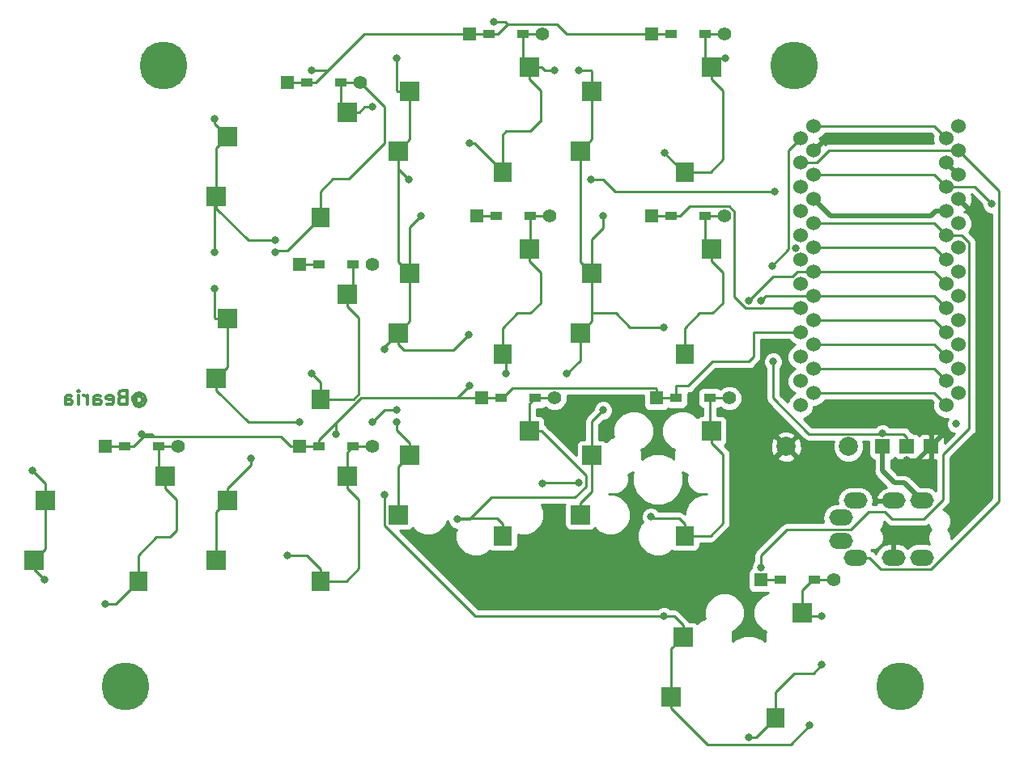
<source format=gbr>
G04 #@! TF.GenerationSoftware,KiCad,Pcbnew,(5.0.2)-1*
G04 #@! TF.CreationDate,2019-04-02T22:31:29+09:00*
G04 #@! TF.ProjectId,FirstContact,46697273-7443-46f6-9e74-6163742e6b69,rev?*
G04 #@! TF.SameCoordinates,Original*
G04 #@! TF.FileFunction,Copper,L2,Bot*
G04 #@! TF.FilePolarity,Positive*
%FSLAX46Y46*%
G04 Gerber Fmt 4.6, Leading zero omitted, Abs format (unit mm)*
G04 Created by KiCad (PCBNEW (5.0.2)-1) date 2019/04/02 22:31:29*
%MOMM*%
%LPD*%
G01*
G04 APERTURE LIST*
G04 #@! TA.AperFunction,NonConductor*
%ADD10C,0.300000*%
G04 #@! TD*
G04 #@! TA.AperFunction,ComponentPad*
%ADD11C,1.524000*%
G04 #@! TD*
G04 #@! TA.AperFunction,ComponentPad*
%ADD12C,1.397000*%
G04 #@! TD*
G04 #@! TA.AperFunction,ComponentPad*
%ADD13R,1.397000X1.397000*%
G04 #@! TD*
G04 #@! TA.AperFunction,SMDPad,CuDef*
%ADD14R,1.300000X0.950000*%
G04 #@! TD*
G04 #@! TA.AperFunction,ComponentPad*
%ADD15O,2.500000X1.700000*%
G04 #@! TD*
G04 #@! TA.AperFunction,SMDPad,CuDef*
%ADD16R,1.524000X1.524000*%
G04 #@! TD*
G04 #@! TA.AperFunction,ComponentPad*
%ADD17C,2.000000*%
G04 #@! TD*
G04 #@! TA.AperFunction,SMDPad,CuDef*
%ADD18R,2.000000X2.000000*%
G04 #@! TD*
G04 #@! TA.AperFunction,SMDPad,CuDef*
%ADD19R,1.900000X2.000000*%
G04 #@! TD*
G04 #@! TA.AperFunction,WasherPad*
%ADD20C,5.000000*%
G04 #@! TD*
G04 #@! TA.AperFunction,ViaPad*
%ADD21C,0.800000*%
G04 #@! TD*
G04 #@! TA.AperFunction,Conductor*
%ADD22C,0.250000*%
G04 #@! TD*
G04 #@! TA.AperFunction,Conductor*
%ADD23C,0.500000*%
G04 #@! TD*
G04 #@! TA.AperFunction,Conductor*
%ADD24C,0.254000*%
G04 #@! TD*
G04 APERTURE END LIST*
D10*
X103400000Y-73554285D02*
X103471428Y-73482857D01*
X103614285Y-73411428D01*
X103757142Y-73411428D01*
X103900000Y-73482857D01*
X103971428Y-73554285D01*
X104042857Y-73697142D01*
X104042857Y-73840000D01*
X103971428Y-73982857D01*
X103900000Y-74054285D01*
X103757142Y-74125714D01*
X103614285Y-74125714D01*
X103471428Y-74054285D01*
X103400000Y-73982857D01*
X103400000Y-73411428D02*
X103400000Y-73982857D01*
X103328571Y-74054285D01*
X103257142Y-74054285D01*
X103114285Y-73982857D01*
X103042857Y-73840000D01*
X103042857Y-73482857D01*
X103185714Y-73268571D01*
X103400000Y-73125714D01*
X103685714Y-73054285D01*
X103971428Y-73125714D01*
X104185714Y-73268571D01*
X104328571Y-73482857D01*
X104400000Y-73768571D01*
X104328571Y-74054285D01*
X104185714Y-74268571D01*
X103971428Y-74411428D01*
X103685714Y-74482857D01*
X103400000Y-74411428D01*
X103185714Y-74268571D01*
X101900000Y-73482857D02*
X101685714Y-73554285D01*
X101614285Y-73625714D01*
X101542857Y-73768571D01*
X101542857Y-73982857D01*
X101614285Y-74125714D01*
X101685714Y-74197142D01*
X101828571Y-74268571D01*
X102400000Y-74268571D01*
X102400000Y-72768571D01*
X101900000Y-72768571D01*
X101757142Y-72840000D01*
X101685714Y-72911428D01*
X101614285Y-73054285D01*
X101614285Y-73197142D01*
X101685714Y-73340000D01*
X101757142Y-73411428D01*
X101900000Y-73482857D01*
X102400000Y-73482857D01*
X100328571Y-74197142D02*
X100471428Y-74268571D01*
X100757142Y-74268571D01*
X100900000Y-74197142D01*
X100971428Y-74054285D01*
X100971428Y-73482857D01*
X100900000Y-73340000D01*
X100757142Y-73268571D01*
X100471428Y-73268571D01*
X100328571Y-73340000D01*
X100257142Y-73482857D01*
X100257142Y-73625714D01*
X100971428Y-73768571D01*
X98971428Y-74268571D02*
X98971428Y-73482857D01*
X99042857Y-73340000D01*
X99185714Y-73268571D01*
X99471428Y-73268571D01*
X99614285Y-73340000D01*
X98971428Y-74197142D02*
X99114285Y-74268571D01*
X99471428Y-74268571D01*
X99614285Y-74197142D01*
X99685714Y-74054285D01*
X99685714Y-73911428D01*
X99614285Y-73768571D01*
X99471428Y-73697142D01*
X99114285Y-73697142D01*
X98971428Y-73625714D01*
X98257142Y-74268571D02*
X98257142Y-73268571D01*
X98257142Y-73554285D02*
X98185714Y-73411428D01*
X98114285Y-73340000D01*
X97971428Y-73268571D01*
X97828571Y-73268571D01*
X97328571Y-74268571D02*
X97328571Y-73268571D01*
X97328571Y-72768571D02*
X97400000Y-72840000D01*
X97328571Y-72911428D01*
X97257142Y-72840000D01*
X97328571Y-72768571D01*
X97328571Y-72911428D01*
X95971428Y-74268571D02*
X95971428Y-73482857D01*
X96042857Y-73340000D01*
X96185714Y-73268571D01*
X96471428Y-73268571D01*
X96614285Y-73340000D01*
X95971428Y-74197142D02*
X96114285Y-74268571D01*
X96471428Y-74268571D01*
X96614285Y-74197142D01*
X96685714Y-74054285D01*
X96685714Y-73911428D01*
X96614285Y-73768571D01*
X96471428Y-73697142D01*
X96114285Y-73697142D01*
X95971428Y-73625714D01*
D11*
G04 #@! TO.P,U1,24*
G04 #@! TO.N,Net-(U1-Pad24)*
X174183900Y-45142000D03*
G04 #@! TO.P,U1,23*
G04 #@! TO.N,GND*
X174183900Y-47682000D03*
G04 #@! TO.P,U1,22*
G04 #@! TO.N,reset*
X174183900Y-50222000D03*
G04 #@! TO.P,U1,21*
G04 #@! TO.N,VCC*
X174183900Y-52762000D03*
G04 #@! TO.P,U1,20*
G04 #@! TO.N,col0*
X174183900Y-55302000D03*
G04 #@! TO.P,U1,19*
G04 #@! TO.N,col1*
X174183900Y-57842000D03*
G04 #@! TO.P,U1,18*
G04 #@! TO.N,col2*
X174183900Y-60382000D03*
G04 #@! TO.P,U1,17*
G04 #@! TO.N,col3*
X174183900Y-62922000D03*
G04 #@! TO.P,U1,16*
G04 #@! TO.N,Net-(U1-Pad16)*
X174183900Y-65462000D03*
G04 #@! TO.P,U1,15*
G04 #@! TO.N,Net-(U1-Pad15)*
X174183900Y-68002000D03*
G04 #@! TO.P,U1,14*
G04 #@! TO.N,Net-(U1-Pad14)*
X174183900Y-70542000D03*
G04 #@! TO.P,U1,13*
G04 #@! TO.N,Net-(U1-Pad13)*
X174183900Y-73082000D03*
G04 #@! TO.P,U1,12*
G04 #@! TO.N,Net-(U1-Pad12)*
X189403900Y-73082000D03*
G04 #@! TO.P,U1,11*
G04 #@! TO.N,Net-(U1-Pad11)*
X189403900Y-70542000D03*
G04 #@! TO.P,U1,10*
G04 #@! TO.N,row3*
X189403900Y-68002000D03*
G04 #@! TO.P,U1,9*
G04 #@! TO.N,row2*
X189403900Y-65462000D03*
G04 #@! TO.P,U1,8*
G04 #@! TO.N,row1*
X189403900Y-62922000D03*
G04 #@! TO.P,U1,7*
G04 #@! TO.N,row0*
X189403900Y-60382000D03*
G04 #@! TO.P,U1,6*
G04 #@! TO.N,Net-(U1-Pad6)*
X189403900Y-57842000D03*
G04 #@! TO.P,U1,5*
G04 #@! TO.N,Net-(U1-Pad5)*
X189403900Y-55302000D03*
G04 #@! TO.P,U1,4*
G04 #@! TO.N,GND*
X189403900Y-52762000D03*
G04 #@! TO.P,U1,3*
X189403900Y-50222000D03*
G04 #@! TO.P,U1,2*
G04 #@! TO.N,data*
X189403900Y-47682000D03*
G04 #@! TO.P,U1,1*
G04 #@! TO.N,led*
X189403900Y-45142000D03*
X172857500Y-46412000D03*
G04 #@! TO.P,U1,2*
G04 #@! TO.N,data*
X172857500Y-48952000D03*
G04 #@! TO.P,U1,3*
G04 #@! TO.N,GND*
X172857500Y-51492000D03*
G04 #@! TO.P,U1,4*
X172857500Y-54032000D03*
G04 #@! TO.P,U1,5*
G04 #@! TO.N,Net-(U1-Pad5)*
X172857500Y-56572000D03*
G04 #@! TO.P,U1,6*
G04 #@! TO.N,Net-(U1-Pad6)*
X172857500Y-59112000D03*
G04 #@! TO.P,U1,7*
G04 #@! TO.N,row0*
X172857500Y-61652000D03*
G04 #@! TO.P,U1,8*
G04 #@! TO.N,row1*
X172857500Y-64192000D03*
G04 #@! TO.P,U1,9*
G04 #@! TO.N,row2*
X172857500Y-66732000D03*
G04 #@! TO.P,U1,10*
G04 #@! TO.N,row3*
X172857500Y-69272000D03*
G04 #@! TO.P,U1,11*
G04 #@! TO.N,Net-(U1-Pad11)*
X172857500Y-71812000D03*
G04 #@! TO.P,U1,12*
G04 #@! TO.N,Net-(U1-Pad12)*
X172857500Y-74352000D03*
G04 #@! TO.P,U1,13*
G04 #@! TO.N,Net-(U1-Pad13)*
X188097500Y-74352000D03*
G04 #@! TO.P,U1,14*
G04 #@! TO.N,Net-(U1-Pad14)*
X188097500Y-71812000D03*
G04 #@! TO.P,U1,15*
G04 #@! TO.N,Net-(U1-Pad15)*
X188097500Y-69272000D03*
G04 #@! TO.P,U1,16*
G04 #@! TO.N,Net-(U1-Pad16)*
X188097500Y-66732000D03*
G04 #@! TO.P,U1,17*
G04 #@! TO.N,col3*
X188097500Y-64192000D03*
G04 #@! TO.P,U1,18*
G04 #@! TO.N,col2*
X188097500Y-61652000D03*
G04 #@! TO.P,U1,19*
G04 #@! TO.N,col1*
X188097500Y-59112000D03*
G04 #@! TO.P,U1,20*
G04 #@! TO.N,col0*
X188097500Y-56572000D03*
G04 #@! TO.P,U1,21*
G04 #@! TO.N,VCC*
X188097500Y-54032000D03*
G04 #@! TO.P,U1,22*
G04 #@! TO.N,reset*
X188097500Y-51492000D03*
G04 #@! TO.P,U1,23*
G04 #@! TO.N,GND*
X188097500Y-48952000D03*
G04 #@! TO.P,U1,24*
G04 #@! TO.N,Net-(U1-Pad24)*
X188097500Y-46412000D03*
G04 #@! TD*
D12*
G04 #@! TO.P,D1,2*
G04 #@! TO.N,Net-(D1-Pad2)*
X107770000Y-78670000D03*
D13*
G04 #@! TO.P,D1,1*
G04 #@! TO.N,row2*
X100150000Y-78670000D03*
D14*
X102185000Y-78670000D03*
G04 #@! TO.P,D1,2*
G04 #@! TO.N,Net-(D1-Pad2)*
X105735000Y-78670000D03*
G04 #@! TD*
D12*
G04 #@! TO.P,D2,2*
G04 #@! TO.N,Net-(D2-Pad2)*
X128090000Y-59620000D03*
D13*
G04 #@! TO.P,D2,1*
G04 #@! TO.N,row1*
X120470000Y-59620000D03*
D14*
X122505000Y-59620000D03*
G04 #@! TO.P,D2,2*
G04 #@! TO.N,Net-(D2-Pad2)*
X126055000Y-59620000D03*
G04 #@! TD*
D12*
G04 #@! TO.P,D3,2*
G04 #@! TO.N,Net-(D3-Pad2)*
X176350000Y-92640000D03*
D13*
G04 #@! TO.P,D3,1*
G04 #@! TO.N,row3*
X168730000Y-92640000D03*
D14*
X170765000Y-92640000D03*
G04 #@! TO.P,D3,2*
G04 #@! TO.N,Net-(D3-Pad2)*
X174315000Y-92640000D03*
G04 #@! TD*
G04 #@! TO.P,D4,2*
G04 #@! TO.N,Net-(D4-Pad2)*
X124785000Y-40570000D03*
G04 #@! TO.P,D4,1*
G04 #@! TO.N,row0*
X121235000Y-40570000D03*
D13*
X119200000Y-40570000D03*
D12*
G04 #@! TO.P,D4,2*
G04 #@! TO.N,Net-(D4-Pad2)*
X126820000Y-40570000D03*
G04 #@! TD*
D14*
G04 #@! TO.P,D5,2*
G04 #@! TO.N,Net-(D5-Pad2)*
X126055000Y-78670000D03*
G04 #@! TO.P,D5,1*
G04 #@! TO.N,row2*
X122505000Y-78670000D03*
D13*
X120470000Y-78670000D03*
D12*
G04 #@! TO.P,D5,2*
G04 #@! TO.N,Net-(D5-Pad2)*
X128090000Y-78670000D03*
G04 #@! TD*
D14*
G04 #@! TO.P,D6,2*
G04 #@! TO.N,Net-(D6-Pad2)*
X144600000Y-54540000D03*
G04 #@! TO.P,D6,1*
G04 #@! TO.N,row1*
X141050000Y-54540000D03*
D13*
X139015000Y-54540000D03*
D12*
G04 #@! TO.P,D6,2*
G04 #@! TO.N,Net-(D6-Pad2)*
X146635000Y-54540000D03*
G04 #@! TD*
G04 #@! TO.P,D7,2*
G04 #@! TO.N,Net-(D7-Pad2)*
X145870000Y-35490000D03*
D13*
G04 #@! TO.P,D7,1*
G04 #@! TO.N,row0*
X138250000Y-35490000D03*
D14*
X140285000Y-35490000D03*
G04 #@! TO.P,D7,2*
G04 #@! TO.N,Net-(D7-Pad2)*
X143835000Y-35490000D03*
G04 #@! TD*
D12*
G04 #@! TO.P,D8,2*
G04 #@! TO.N,Net-(D8-Pad2)*
X147140000Y-73590000D03*
D13*
G04 #@! TO.P,D8,1*
G04 #@! TO.N,row2*
X139520000Y-73590000D03*
D14*
X141555000Y-73590000D03*
G04 #@! TO.P,D8,2*
G04 #@! TO.N,Net-(D8-Pad2)*
X145105000Y-73590000D03*
G04 #@! TD*
G04 #@! TO.P,D9,2*
G04 #@! TO.N,Net-(D9-Pad2)*
X162885000Y-54540000D03*
G04 #@! TO.P,D9,1*
G04 #@! TO.N,row1*
X159335000Y-54540000D03*
D13*
X157300000Y-54540000D03*
D12*
G04 #@! TO.P,D9,2*
G04 #@! TO.N,Net-(D9-Pad2)*
X164920000Y-54540000D03*
G04 #@! TD*
D14*
G04 #@! TO.P,D10,2*
G04 #@! TO.N,Net-(D10-Pad2)*
X162885000Y-35490000D03*
G04 #@! TO.P,D10,1*
G04 #@! TO.N,row0*
X159335000Y-35490000D03*
D13*
X157300000Y-35490000D03*
D12*
G04 #@! TO.P,D10,2*
G04 #@! TO.N,Net-(D10-Pad2)*
X164920000Y-35490000D03*
G04 #@! TD*
D14*
G04 #@! TO.P,D11,2*
G04 #@! TO.N,Net-(D11-Pad2)*
X163390000Y-73590000D03*
G04 #@! TO.P,D11,1*
G04 #@! TO.N,row2*
X159840000Y-73590000D03*
D13*
X157805000Y-73590000D03*
D12*
G04 #@! TO.P,D11,2*
G04 #@! TO.N,Net-(D11-Pad2)*
X165425000Y-73590000D03*
G04 #@! TD*
D15*
G04 #@! TO.P,J1,D*
G04 #@! TO.N,data*
X178591250Y-84345000D03*
G04 #@! TO.P,J1,A*
G04 #@! TO.N,Net-(J1-PadA)*
X177091250Y-88545000D03*
G04 #@! TO.P,J1,B*
G04 #@! TO.N,VCC*
X185591250Y-84345000D03*
G04 #@! TO.P,J1,C*
G04 #@! TO.N,GND*
X182591250Y-84345000D03*
G04 #@! TO.P,J1,B*
G04 #@! TO.N,VCC*
X185591250Y-90295000D03*
G04 #@! TO.P,J1,C*
G04 #@! TO.N,GND*
X182591250Y-90295000D03*
G04 #@! TO.P,J1,D*
G04 #@! TO.N,data*
X178591250Y-90295000D03*
G04 #@! TO.P,J1,A*
G04 #@! TO.N,Net-(J1-PadA)*
X177091250Y-86095000D03*
G04 #@! TD*
D16*
G04 #@! TO.P,J2,1*
G04 #@! TO.N,VCC*
X181430000Y-78670000D03*
G04 #@! TO.P,J2,2*
G04 #@! TO.N,led*
X183970000Y-78670000D03*
G04 #@! TO.P,J2,3*
G04 #@! TO.N,GND*
X186510000Y-78670000D03*
G04 #@! TD*
D17*
G04 #@! TO.P,SW1,1*
G04 #@! TO.N,reset*
X177853750Y-78670000D03*
G04 #@! TO.P,SW1,2*
G04 #@! TO.N,GND*
X171353750Y-78670000D03*
G04 #@! TD*
D18*
G04 #@! TO.P,SW2,2*
G04 #@! TO.N,Net-(D1-Pad2)*
X106385000Y-81782500D03*
G04 #@! TO.P,SW2,1*
G04 #@! TO.N,col0*
X93885000Y-84322500D03*
D19*
G04 #@! TO.P,SW2,2*
G04 #@! TO.N,Net-(D1-Pad2)*
X103585000Y-92762500D03*
D18*
G04 #@! TO.P,SW2,1*
G04 #@! TO.N,col0*
X92685000Y-90562500D03*
G04 #@! TD*
G04 #@! TO.P,SW3,1*
G04 #@! TO.N,col0*
X111735000Y-71512500D03*
D19*
G04 #@! TO.P,SW3,2*
G04 #@! TO.N,Net-(D2-Pad2)*
X122635000Y-73712500D03*
D18*
G04 #@! TO.P,SW3,1*
G04 #@! TO.N,col0*
X112935000Y-65272500D03*
G04 #@! TO.P,SW3,2*
G04 #@! TO.N,Net-(D2-Pad2)*
X125435000Y-62732500D03*
G04 #@! TD*
G04 #@! TO.P,SW4,1*
G04 #@! TO.N,col0*
X159360000Y-104850000D03*
D19*
G04 #@! TO.P,SW4,2*
G04 #@! TO.N,Net-(D3-Pad2)*
X170260000Y-107050000D03*
D18*
G04 #@! TO.P,SW4,1*
G04 #@! TO.N,col0*
X160560000Y-98610000D03*
G04 #@! TO.P,SW4,2*
G04 #@! TO.N,Net-(D3-Pad2)*
X173060000Y-96070000D03*
G04 #@! TD*
G04 #@! TO.P,SW5,2*
G04 #@! TO.N,Net-(D4-Pad2)*
X125435000Y-43682500D03*
G04 #@! TO.P,SW5,1*
G04 #@! TO.N,col0*
X112935000Y-46222500D03*
D19*
G04 #@! TO.P,SW5,2*
G04 #@! TO.N,Net-(D4-Pad2)*
X122635000Y-54662500D03*
D18*
G04 #@! TO.P,SW5,1*
G04 #@! TO.N,col0*
X111735000Y-52462500D03*
G04 #@! TD*
G04 #@! TO.P,SW6,2*
G04 #@! TO.N,Net-(D5-Pad2)*
X125435000Y-81782500D03*
G04 #@! TO.P,SW6,1*
G04 #@! TO.N,col1*
X112935000Y-84322500D03*
D19*
G04 #@! TO.P,SW6,2*
G04 #@! TO.N,Net-(D5-Pad2)*
X122635000Y-92762500D03*
D18*
G04 #@! TO.P,SW6,1*
G04 #@! TO.N,col1*
X111735000Y-90562500D03*
G04 #@! TD*
G04 #@! TO.P,SW7,2*
G04 #@! TO.N,Net-(D6-Pad2)*
X144485000Y-57970000D03*
G04 #@! TO.P,SW7,1*
G04 #@! TO.N,col1*
X131985000Y-60510000D03*
D19*
G04 #@! TO.P,SW7,2*
G04 #@! TO.N,Net-(D6-Pad2)*
X141685000Y-68950000D03*
D18*
G04 #@! TO.P,SW7,1*
G04 #@! TO.N,col1*
X130785000Y-66750000D03*
G04 #@! TD*
G04 #@! TO.P,SW8,2*
G04 #@! TO.N,Net-(D7-Pad2)*
X144485000Y-38920000D03*
G04 #@! TO.P,SW8,1*
G04 #@! TO.N,col1*
X131985000Y-41460000D03*
D19*
G04 #@! TO.P,SW8,2*
G04 #@! TO.N,Net-(D7-Pad2)*
X141685000Y-49900000D03*
D18*
G04 #@! TO.P,SW8,1*
G04 #@! TO.N,col1*
X130785000Y-47700000D03*
G04 #@! TD*
G04 #@! TO.P,SW9,1*
G04 #@! TO.N,col2*
X130785000Y-85800000D03*
D19*
G04 #@! TO.P,SW9,2*
G04 #@! TO.N,Net-(D8-Pad2)*
X141685000Y-88000000D03*
D18*
G04 #@! TO.P,SW9,1*
G04 #@! TO.N,col2*
X131985000Y-79560000D03*
G04 #@! TO.P,SW9,2*
G04 #@! TO.N,Net-(D8-Pad2)*
X144485000Y-77020000D03*
G04 #@! TD*
G04 #@! TO.P,SW10,1*
G04 #@! TO.N,col2*
X149835000Y-66750000D03*
D19*
G04 #@! TO.P,SW10,2*
G04 #@! TO.N,Net-(D9-Pad2)*
X160735000Y-68950000D03*
D18*
G04 #@! TO.P,SW10,1*
G04 #@! TO.N,col2*
X151035000Y-60510000D03*
G04 #@! TO.P,SW10,2*
G04 #@! TO.N,Net-(D9-Pad2)*
X163535000Y-57970000D03*
G04 #@! TD*
G04 #@! TO.P,SW11,2*
G04 #@! TO.N,Net-(D10-Pad2)*
X163535000Y-38920000D03*
G04 #@! TO.P,SW11,1*
G04 #@! TO.N,col2*
X151035000Y-41460000D03*
D19*
G04 #@! TO.P,SW11,2*
G04 #@! TO.N,Net-(D10-Pad2)*
X160735000Y-49900000D03*
D18*
G04 #@! TO.P,SW11,1*
G04 #@! TO.N,col2*
X149835000Y-47700000D03*
G04 #@! TD*
G04 #@! TO.P,SW12,1*
G04 #@! TO.N,col3*
X149835000Y-85800000D03*
D19*
G04 #@! TO.P,SW12,2*
G04 #@! TO.N,Net-(D11-Pad2)*
X160735000Y-88000000D03*
D18*
G04 #@! TO.P,SW12,1*
G04 #@! TO.N,col3*
X151035000Y-79560000D03*
G04 #@! TO.P,SW12,2*
G04 #@! TO.N,Net-(D11-Pad2)*
X163535000Y-77020000D03*
G04 #@! TD*
D20*
G04 #@! TO.P,Ref\002A\002A,*
G04 #@! TO.N,*
X172222500Y-38770000D03*
G04 #@! TD*
G04 #@! TO.P,Ref\002A\002A,*
G04 #@! TO.N,*
X183260000Y-103770000D03*
G04 #@! TD*
G04 #@! TO.P,Ref\002A\002A,*
G04 #@! TO.N,*
X102260000Y-103770000D03*
G04 #@! TD*
G04 #@! TO.P,Ref\002A\002A,*
G04 #@! TO.N,*
X106260000Y-38770000D03*
G04 #@! TD*
D21*
G04 #@! TO.N,Net-(D1-Pad2)*
X100150000Y-95180000D03*
G04 #@! TO.N,row2*
X103960000Y-77400000D03*
X124280000Y-77400000D03*
X138250000Y-72320000D03*
G04 #@! TO.N,Net-(D2-Pad2)*
X121740000Y-71050000D03*
G04 #@! TO.N,Net-(D3-Pad2)*
X175080000Y-101530000D03*
X175080000Y-96450000D03*
X167460000Y-109150000D03*
G04 #@! TO.N,row0*
X140790000Y-34220000D03*
X121740000Y-39300000D03*
G04 #@! TO.N,Net-(D4-Pad2)*
X117930000Y-58350000D03*
X128090000Y-43110000D03*
G04 #@! TO.N,Net-(D5-Pad2)*
X119200000Y-90100000D03*
G04 #@! TO.N,Net-(D6-Pad2)*
X142060000Y-71050000D03*
G04 #@! TO.N,Net-(D7-Pad2)*
X138250000Y-46920000D03*
X147140000Y-39300000D03*
G04 #@! TO.N,Net-(D8-Pad2)*
X136980000Y-86290000D03*
G04 #@! TO.N,Net-(D10-Pad2)*
X164967654Y-37982346D03*
X158666048Y-47931351D03*
G04 #@! TO.N,Net-(D11-Pad2)*
X157203952Y-86031351D03*
G04 #@! TO.N,GND*
X187780000Y-77400000D03*
X191590000Y-74860000D03*
X183970000Y-80032002D03*
G04 #@! TO.N,led*
X169900097Y-59719903D03*
X170000000Y-69780000D03*
X181430000Y-77307998D03*
G04 #@! TO.N,reset*
X189145006Y-76275044D03*
X192860000Y-53270000D03*
X192860000Y-53270000D03*
G04 #@! TO.N,col0*
X173810000Y-107880000D03*
X158570000Y-96450000D03*
X168730000Y-91341498D03*
X129360000Y-83750000D03*
X120470000Y-76130000D03*
X111580000Y-62160000D03*
X111580000Y-58350000D03*
X117930000Y-57080000D03*
X111580000Y-44380000D03*
X92530000Y-81210000D03*
X93800000Y-92640000D03*
G04 #@! TO.N,col1*
X133170000Y-54540000D03*
X138153952Y-66981351D03*
X131900000Y-50730000D03*
X130630000Y-38030000D03*
X172333653Y-57854767D03*
X150950000Y-50730000D03*
X128090000Y-76130000D03*
X130630000Y-74860000D03*
X129360000Y-68510000D03*
X170122499Y-52000000D03*
X115390000Y-79940000D03*
G04 #@! TO.N,col2*
X149680000Y-39300000D03*
X152220000Y-54540000D03*
X130630000Y-76130000D03*
X148410000Y-71050000D03*
X149680000Y-82480000D03*
X145886618Y-82484252D03*
X167460000Y-63430000D03*
X158570000Y-66150001D03*
G04 #@! TO.N,col3*
X152220000Y-74860000D03*
X168730000Y-63430000D03*
G04 #@! TD*
D22*
G04 #@! TO.N,Net-(D1-Pad2)*
X105735000Y-78670000D02*
X107770000Y-78670000D01*
X105735000Y-81132500D02*
X106385000Y-81782500D01*
X105735000Y-78670000D02*
X105735000Y-81132500D01*
X103585000Y-90061498D02*
X103585000Y-91512500D01*
X106897001Y-88137501D02*
X105508997Y-88137501D01*
X107560001Y-87474501D02*
X106897001Y-88137501D01*
X105508997Y-88137501D02*
X103585000Y-90061498D01*
X107560001Y-84207501D02*
X107560001Y-87474501D01*
X106385000Y-83032500D02*
X107560001Y-84207501D01*
X103585000Y-91512500D02*
X103585000Y-92762500D01*
X106385000Y-81782500D02*
X106385000Y-83032500D01*
X101217500Y-95180000D02*
X100150000Y-95180000D01*
X103585000Y-92762500D02*
X103585000Y-92812500D01*
X103585000Y-92812500D02*
X101217500Y-95180000D01*
G04 #@! TO.N,row2*
X141555000Y-73590000D02*
X139520000Y-73590000D01*
X122505000Y-77945000D02*
X122505000Y-78670000D01*
X126860000Y-73590000D02*
X122505000Y-77945000D01*
X122505000Y-78670000D02*
X120470000Y-78670000D01*
X103085000Y-78670000D02*
X102185000Y-78670000D01*
X104108501Y-77646499D02*
X103085000Y-78670000D01*
X119521500Y-78670000D02*
X118497999Y-77646499D01*
X120470000Y-78670000D02*
X119521500Y-78670000D01*
X100150000Y-78670000D02*
X102185000Y-78670000D01*
X172857500Y-66732000D02*
X167968000Y-66732000D01*
X159840000Y-73590000D02*
X157805000Y-73590000D01*
X141730000Y-73590000D02*
X141555000Y-73590000D01*
X142753501Y-72566499D02*
X141730000Y-73590000D01*
X157729999Y-72566499D02*
X142753501Y-72566499D01*
X157805000Y-72641500D02*
X157729999Y-72566499D01*
X157805000Y-73590000D02*
X157805000Y-72641500D01*
X167968000Y-66732000D02*
X167968000Y-69272000D01*
X167968000Y-69272000D02*
X167460000Y-69780000D01*
X167460000Y-69780000D02*
X163650000Y-69780000D01*
X163650000Y-69780000D02*
X161110000Y-72320000D01*
X161110000Y-72320000D02*
X159840000Y-72320000D01*
X159840000Y-72320000D02*
X159840000Y-73590000D01*
X104983501Y-77400000D02*
X105230000Y-77646499D01*
X103960000Y-77400000D02*
X104983501Y-77400000D01*
X118497999Y-77646499D02*
X105230000Y-77646499D01*
X105230000Y-77646499D02*
X104108501Y-77646499D01*
X124280000Y-77400000D02*
X124280000Y-76130000D01*
X136980000Y-73590000D02*
X135710000Y-73590000D01*
X138250000Y-72320000D02*
X136980000Y-73590000D01*
X139520000Y-73590000D02*
X135710000Y-73590000D01*
X135710000Y-73590000D02*
X126860000Y-73590000D01*
G04 #@! TO.N,Net-(D2-Pad2)*
X122635000Y-71945000D02*
X122635000Y-73712500D01*
X121740000Y-71050000D02*
X122635000Y-71945000D01*
X125435000Y-63982500D02*
X125435000Y-62732500D01*
X126660001Y-65207501D02*
X125435000Y-63982500D01*
X126660001Y-73153589D02*
X126660001Y-65207501D01*
X126101090Y-73712500D02*
X126660001Y-73153589D01*
X122635000Y-73712500D02*
X126101090Y-73712500D01*
X126055000Y-62112500D02*
X125435000Y-62732500D01*
X126055000Y-59620000D02*
X126055000Y-62112500D01*
G04 #@! TO.N,row1*
X139015000Y-54540000D02*
X141050000Y-54540000D01*
X157300000Y-54540000D02*
X159335000Y-54540000D01*
X160235000Y-54540000D02*
X159335000Y-54540000D01*
X167148998Y-64192000D02*
X165943501Y-62986503D01*
X165943501Y-62986503D02*
X165943501Y-54048719D01*
X165943501Y-54048719D02*
X165411281Y-53516499D01*
X172857500Y-64192000D02*
X167148998Y-64192000D01*
X165411281Y-53516499D02*
X161258501Y-53516499D01*
X161258501Y-53516499D02*
X160235000Y-54540000D01*
X122505000Y-59620000D02*
X120470000Y-59620000D01*
G04 #@! TO.N,Net-(D3-Pad2)*
X174184999Y-102425001D02*
X175080000Y-101530000D01*
X172183997Y-102425001D02*
X174184999Y-102425001D01*
X170260000Y-107050000D02*
X170260000Y-104348998D01*
X170260000Y-104348998D02*
X172183997Y-102425001D01*
X173440000Y-96450000D02*
X173060000Y-96070000D01*
X175080000Y-96450000D02*
X173440000Y-96450000D01*
X174140000Y-92640000D02*
X174315000Y-92640000D01*
X173060000Y-93720000D02*
X174140000Y-92640000D01*
X173060000Y-96070000D02*
X173060000Y-93720000D01*
X174315000Y-92640000D02*
X176350000Y-92640000D01*
X168160000Y-109150000D02*
X167460000Y-109150000D01*
X168210000Y-109150000D02*
X168160000Y-109150000D01*
X170260000Y-107050000D02*
X170260000Y-107100000D01*
X170260000Y-107100000D02*
X168210000Y-109150000D01*
G04 #@! TO.N,row3*
X170765000Y-92640000D02*
X168730000Y-92640000D01*
G04 #@! TO.N,row0*
X159335000Y-35490000D02*
X157300000Y-35490000D01*
X157300000Y-35490000D02*
X148410000Y-35490000D01*
X141185000Y-35490000D02*
X140285000Y-35490000D01*
X142208501Y-34466499D02*
X141185000Y-35490000D01*
X147386499Y-34466499D02*
X142208501Y-34466499D01*
X148410000Y-35490000D02*
X147386499Y-34466499D01*
X138250000Y-35490000D02*
X140285000Y-35490000D01*
X122135000Y-40570000D02*
X121235000Y-40570000D01*
X138250000Y-35490000D02*
X127215000Y-35490000D01*
X121235000Y-40570000D02*
X119200000Y-40570000D01*
X159335000Y-35490000D02*
X159510000Y-35490000D01*
X141962002Y-34220000D02*
X142208501Y-34466499D01*
X140790000Y-34220000D02*
X141962002Y-34220000D01*
X121740000Y-39300000D02*
X123010000Y-39300000D01*
X123010000Y-39300000D02*
X123405000Y-39300000D01*
X127215000Y-35490000D02*
X123405000Y-39300000D01*
X123405000Y-39300000D02*
X122135000Y-40570000D01*
G04 #@! TO.N,Net-(D4-Pad2)*
X124785000Y-40570000D02*
X126820000Y-40570000D01*
X124785000Y-43032500D02*
X125435000Y-43682500D01*
X124785000Y-40570000D02*
X124785000Y-43032500D01*
X122635000Y-54712500D02*
X119200000Y-58147500D01*
X122635000Y-54662500D02*
X122635000Y-54712500D01*
X119200000Y-58147500D02*
X118132500Y-58147500D01*
X118132500Y-58147500D02*
X117930000Y-58350000D01*
X129360000Y-43110000D02*
X126820000Y-40570000D01*
X129360000Y-46920000D02*
X129360000Y-43110000D01*
X125642501Y-50637499D02*
X129360000Y-46920000D01*
X123958999Y-50637499D02*
X125642501Y-50637499D01*
X122635000Y-54662500D02*
X122635000Y-51961498D01*
X122635000Y-51961498D02*
X123958999Y-50637499D01*
X126685000Y-43682500D02*
X127257500Y-43110000D01*
X125435000Y-43682500D02*
X126685000Y-43682500D01*
X127257500Y-43110000D02*
X128090000Y-43110000D01*
G04 #@! TO.N,Net-(D5-Pad2)*
X128090000Y-78670000D02*
X126055000Y-78670000D01*
X125435000Y-79290000D02*
X126055000Y-78670000D01*
X125435000Y-81782500D02*
X125435000Y-79290000D01*
X123835000Y-92762500D02*
X122635000Y-92762500D01*
X125336002Y-92762500D02*
X123835000Y-92762500D01*
X126660001Y-91438501D02*
X125336002Y-92762500D01*
X126660001Y-84257501D02*
X126660001Y-91438501D01*
X125435000Y-83032500D02*
X126660001Y-84257501D01*
X125435000Y-81782500D02*
X125435000Y-83032500D01*
X122635000Y-91512500D02*
X121222500Y-90100000D01*
X122635000Y-92762500D02*
X122635000Y-91512500D01*
X121222500Y-90100000D02*
X119200000Y-90100000D01*
G04 #@! TO.N,Net-(D6-Pad2)*
X144600000Y-54540000D02*
X146635000Y-54540000D01*
X144600000Y-57855000D02*
X144485000Y-57970000D01*
X144600000Y-54540000D02*
X144600000Y-57855000D01*
X142060000Y-69325000D02*
X141685000Y-68950000D01*
X142060000Y-71050000D02*
X142060000Y-69325000D01*
X141685000Y-66248998D02*
X143233998Y-64700000D01*
X141685000Y-68950000D02*
X141685000Y-66248998D01*
X144485000Y-59220000D02*
X144485000Y-57970000D01*
X145660001Y-60395001D02*
X144485000Y-59220000D01*
X145660001Y-63662001D02*
X145660001Y-60395001D01*
X144622002Y-64700000D02*
X145660001Y-63662001D01*
X143233998Y-64700000D02*
X144622002Y-64700000D01*
G04 #@! TO.N,Net-(D7-Pad2)*
X143835000Y-38270000D02*
X144485000Y-38920000D01*
X143835000Y-35490000D02*
X143835000Y-38270000D01*
X145870000Y-35490000D02*
X143835000Y-35490000D01*
X141685000Y-46025000D02*
X141685000Y-49900000D01*
X142060000Y-45650000D02*
X141685000Y-46025000D01*
X144485000Y-40170000D02*
X145660001Y-41345001D01*
X144485000Y-38920000D02*
X144485000Y-40170000D01*
X145660001Y-41345001D02*
X145660001Y-44612001D01*
X145660001Y-44612001D02*
X145637999Y-44612001D01*
X145637999Y-44612001D02*
X144600000Y-45650000D01*
X144600000Y-45650000D02*
X142060000Y-45650000D01*
X141685000Y-49850000D02*
X138755000Y-46920000D01*
X141685000Y-49900000D02*
X141685000Y-49850000D01*
X138755000Y-46920000D02*
X138250000Y-46920000D01*
X145735000Y-38920000D02*
X146115000Y-39300000D01*
X144485000Y-38920000D02*
X145735000Y-38920000D01*
X146115000Y-39300000D02*
X147140000Y-39300000D01*
G04 #@! TO.N,Net-(D8-Pad2)*
X141109999Y-86174999D02*
X137095001Y-86174999D01*
X141685000Y-88000000D02*
X141685000Y-86750000D01*
X141685000Y-86750000D02*
X141109999Y-86174999D01*
X137095001Y-86174999D02*
X136980000Y-86290000D01*
X144485000Y-74210000D02*
X145105000Y-73590000D01*
X144485000Y-77020000D02*
X144485000Y-74210000D01*
X145105000Y-73590000D02*
X147140000Y-73590000D01*
X138210002Y-86290000D02*
X137545685Y-86290000D01*
X137545685Y-86290000D02*
X136980000Y-86290000D01*
X140525003Y-83974999D02*
X138210002Y-86290000D01*
X149258003Y-83974999D02*
X140525003Y-83974999D01*
X150405001Y-82828001D02*
X149258003Y-83974999D01*
X145735000Y-77020000D02*
X150405001Y-81690001D01*
X150405001Y-81690001D02*
X150405001Y-82828001D01*
X144485000Y-77020000D02*
X145735000Y-77020000D01*
G04 #@! TO.N,Net-(D9-Pad2)*
X162885000Y-54540000D02*
X164920000Y-54540000D01*
X162885000Y-57320000D02*
X163535000Y-57970000D01*
X162885000Y-54540000D02*
X162885000Y-57320000D01*
X164760001Y-63612001D02*
X163672002Y-64700000D01*
X164760001Y-60445001D02*
X164760001Y-63612001D01*
X163535000Y-57970000D02*
X163535000Y-59220000D01*
X163535000Y-59220000D02*
X164760001Y-60445001D01*
X160735000Y-67700000D02*
X160735000Y-68950000D01*
X160735000Y-66248998D02*
X160735000Y-67700000D01*
X162283998Y-64700000D02*
X160735000Y-66248998D01*
X163672002Y-64700000D02*
X162283998Y-64700000D01*
G04 #@! TO.N,Net-(D10-Pad2)*
X161935000Y-49900000D02*
X160735000Y-49900000D01*
X163436002Y-49900000D02*
X161935000Y-49900000D01*
X164760001Y-48576001D02*
X163436002Y-49900000D01*
X164760001Y-41395001D02*
X164760001Y-48576001D01*
X163535000Y-40170000D02*
X164760001Y-41395001D01*
X163535000Y-38920000D02*
X163535000Y-40170000D01*
X164920000Y-35490000D02*
X162885000Y-35490000D01*
X162885000Y-38270000D02*
X163535000Y-38920000D01*
X162885000Y-35490000D02*
X162885000Y-38270000D01*
X164472654Y-37982346D02*
X163535000Y-38920000D01*
X164967654Y-37982346D02*
X164472654Y-37982346D01*
X160634697Y-49900000D02*
X160735000Y-49900000D01*
X158666048Y-47931351D02*
X160634697Y-49900000D01*
G04 #@! TO.N,Net-(D11-Pad2)*
X164155000Y-76400000D02*
X163535000Y-77020000D01*
X161935000Y-88000000D02*
X160735000Y-88000000D01*
X163436002Y-88000000D02*
X161935000Y-88000000D01*
X164760001Y-86676001D02*
X163436002Y-88000000D01*
X164760001Y-79495001D02*
X164760001Y-86676001D01*
X163535000Y-78270000D02*
X164760001Y-79495001D01*
X163535000Y-77020000D02*
X163535000Y-78270000D01*
X160735000Y-86750000D02*
X160159999Y-86174999D01*
X160735000Y-88000000D02*
X160735000Y-86750000D01*
X160159999Y-86174999D02*
X157347600Y-86174999D01*
X157347600Y-86174999D02*
X157203952Y-86031351D01*
X165425000Y-73590000D02*
X163390000Y-73590000D01*
X163390000Y-76875000D02*
X163535000Y-77020000D01*
X163390000Y-73590000D02*
X163390000Y-76875000D01*
D23*
G04 #@! TO.N,GND*
X185059999Y-80120001D02*
X186510000Y-78670000D01*
X171353750Y-78670000D02*
X172803751Y-80120001D01*
X186510000Y-78670000D02*
X187780000Y-77400000D01*
X191590000Y-54948100D02*
X189403900Y-52762000D01*
X191590000Y-74860000D02*
X191590000Y-54948100D01*
X185059999Y-80120001D02*
X184057999Y-80120001D01*
X184057999Y-80120001D02*
X183970000Y-80032002D01*
D22*
G04 #@! TO.N,led*
X171608652Y-58011348D02*
X169900097Y-59719903D01*
X172857500Y-46412000D02*
X171608652Y-47660848D01*
X171608652Y-47660848D02*
X171608652Y-58011348D01*
X183970000Y-77658000D02*
X183970000Y-78670000D01*
X183656999Y-77344999D02*
X183970000Y-77658000D01*
X173754999Y-77344999D02*
X183656999Y-77344999D01*
X170000000Y-73590000D02*
X173754999Y-77344999D01*
X170000000Y-69780000D02*
X170000000Y-73590000D01*
D23*
G04 #@! TO.N,VCC*
X174183900Y-52762000D02*
X175961900Y-54540000D01*
X175961900Y-54540000D02*
X186510000Y-54540000D01*
X187018000Y-54032000D02*
X188097500Y-54032000D01*
X186510000Y-54540000D02*
X187018000Y-54032000D01*
X185591250Y-84345000D02*
X183726250Y-82480000D01*
X183726250Y-82480000D02*
X182700000Y-82480000D01*
X181430000Y-81210000D02*
X181430000Y-78670000D01*
X182700000Y-82480000D02*
X181430000Y-81210000D01*
D22*
G04 #@! TO.N,reset*
X186827500Y-50222000D02*
X188097500Y-51492000D01*
X174183900Y-50222000D02*
X186827500Y-50222000D01*
X191082000Y-51492000D02*
X192860000Y-53270000D01*
X188097500Y-51492000D02*
X191082000Y-51492000D01*
G04 #@! TO.N,col0*
X186827500Y-55302000D02*
X188097500Y-56572000D01*
X174183900Y-55302000D02*
X186827500Y-55302000D01*
X159360000Y-99810000D02*
X160560000Y-98610000D01*
X159360000Y-104850000D02*
X159360000Y-99810000D01*
X171814999Y-109875001D02*
X173810000Y-107880000D01*
X163135001Y-109875001D02*
X171814999Y-109875001D01*
X159360000Y-104850000D02*
X159360000Y-106100000D01*
X159360000Y-106100000D02*
X163135001Y-109875001D01*
X159650000Y-96450000D02*
X158570000Y-96450000D01*
X160560000Y-98610000D02*
X160560000Y-97360000D01*
X160560000Y-97360000D02*
X159650000Y-96450000D01*
X168730000Y-91341498D02*
X168730000Y-90100000D01*
X189742662Y-56572000D02*
X188097500Y-56572000D01*
X190490901Y-57320239D02*
X189742662Y-56572000D01*
X190490901Y-76798101D02*
X190490901Y-57320239D01*
X138849998Y-96450000D02*
X129360000Y-86960002D01*
X158570000Y-96450000D02*
X138849998Y-96450000D01*
X129360000Y-86960002D02*
X129360000Y-83750000D01*
X111735000Y-72762500D02*
X111735000Y-71512500D01*
X115102500Y-76130000D02*
X111735000Y-72762500D01*
X120470000Y-76130000D02*
X115102500Y-76130000D01*
X112935000Y-70312500D02*
X111735000Y-71512500D01*
X112935000Y-65272500D02*
X112935000Y-70312500D01*
X111685000Y-65272500D02*
X111580000Y-65167500D01*
X112935000Y-65272500D02*
X111685000Y-65272500D01*
X111580000Y-65167500D02*
X111580000Y-62160000D01*
X111580000Y-52617500D02*
X111735000Y-52462500D01*
X111580000Y-58350000D02*
X111580000Y-52617500D01*
X111735000Y-47422500D02*
X112935000Y-46222500D01*
X111735000Y-52462500D02*
X111735000Y-47422500D01*
X111735000Y-53712500D02*
X115102500Y-57080000D01*
X111735000Y-52462500D02*
X111735000Y-53712500D01*
X115102500Y-57080000D02*
X117930000Y-57080000D01*
X111580000Y-44867500D02*
X112935000Y-46222500D01*
X111580000Y-44380000D02*
X111580000Y-44867500D01*
X93885000Y-89362500D02*
X92685000Y-90562500D01*
X93885000Y-84322500D02*
X93885000Y-89362500D01*
X93885000Y-84322500D02*
X93885000Y-82565000D01*
X93885000Y-82565000D02*
X92530000Y-81210000D01*
X92685000Y-91525000D02*
X92685000Y-90562500D01*
X93800000Y-92640000D02*
X92685000Y-91525000D01*
X181704534Y-85519999D02*
X182474535Y-86290000D01*
X179947249Y-85519999D02*
X181704534Y-85519999D01*
X178097258Y-87369990D02*
X179947249Y-85519999D01*
X168730000Y-90100000D02*
X171460010Y-87369990D01*
X171460010Y-87369990D02*
X178097258Y-87369990D01*
X187780000Y-84217965D02*
X187780000Y-79509002D01*
X185707965Y-86290000D02*
X187780000Y-84217965D01*
X182474535Y-86290000D02*
X185707965Y-86290000D01*
X187780000Y-79509002D02*
X190490901Y-76798101D01*
G04 #@! TO.N,col1*
X186827500Y-57842000D02*
X188097500Y-59112000D01*
X174183900Y-57842000D02*
X186827500Y-57842000D01*
X131985000Y-46500000D02*
X130785000Y-47700000D01*
X131985000Y-41460000D02*
X131985000Y-46500000D01*
X130785000Y-59310000D02*
X131985000Y-60510000D01*
X130785000Y-47700000D02*
X130785000Y-59310000D01*
X131985000Y-60510000D02*
X131985000Y-55725000D01*
X131985000Y-55725000D02*
X133170000Y-54540000D01*
X131985000Y-65550000D02*
X130785000Y-66750000D01*
X131985000Y-60510000D02*
X131985000Y-65550000D01*
X136560302Y-68575001D02*
X138153952Y-66981351D01*
X131360001Y-68575001D02*
X136560302Y-68575001D01*
X130785000Y-66750000D02*
X130785000Y-68000000D01*
X130785000Y-68000000D02*
X131360001Y-68575001D01*
X130785000Y-49615000D02*
X130785000Y-47700000D01*
X131900000Y-50730000D02*
X130785000Y-49615000D01*
X111735000Y-85522500D02*
X112935000Y-84322500D01*
X111735000Y-90562500D02*
X111735000Y-85522500D01*
X112935000Y-83072500D02*
X115390000Y-80617500D01*
X112935000Y-84322500D02*
X112935000Y-83072500D01*
X115390000Y-80617500D02*
X115390000Y-79940000D01*
X130735000Y-41460000D02*
X131985000Y-41460000D01*
X130630000Y-41355000D02*
X130735000Y-41460000D01*
X130630000Y-38030000D02*
X130630000Y-41355000D01*
X162555002Y-52000000D02*
X153490000Y-52000000D01*
X153490000Y-52000000D02*
X152220000Y-50730000D01*
X152220000Y-50730000D02*
X150950000Y-50730000D01*
X128090000Y-76130000D02*
X129360000Y-74860000D01*
X129360000Y-74860000D02*
X130630000Y-74860000D01*
X129360000Y-68175000D02*
X130785000Y-66750000D01*
X129360000Y-68510000D02*
X129360000Y-68175000D01*
X162555002Y-52000000D02*
X170122499Y-52000000D01*
G04 #@! TO.N,col2*
X186827500Y-60382000D02*
X188097500Y-61652000D01*
X174183900Y-60382000D02*
X186827500Y-60382000D01*
X151035000Y-46500000D02*
X149835000Y-47700000D01*
X151035000Y-41460000D02*
X151035000Y-46500000D01*
X149680000Y-39300000D02*
X150950000Y-39300000D01*
X151035000Y-39385000D02*
X151035000Y-41460000D01*
X150950000Y-39300000D02*
X151035000Y-39385000D01*
X149835000Y-59310000D02*
X151035000Y-60510000D01*
X149835000Y-47700000D02*
X149835000Y-59310000D01*
X151035000Y-60510000D02*
X151035000Y-56995000D01*
X151035000Y-56995000D02*
X152220000Y-55810000D01*
X152220000Y-55810000D02*
X152220000Y-54540000D01*
X151035000Y-65550000D02*
X149835000Y-66750000D01*
X130785000Y-80760000D02*
X131985000Y-79560000D01*
X130785000Y-85800000D02*
X130785000Y-80760000D01*
X131985000Y-78310000D02*
X130630000Y-76955000D01*
X131985000Y-79560000D02*
X131985000Y-78310000D01*
X130630000Y-76955000D02*
X130630000Y-76130000D01*
X149835000Y-66750000D02*
X149835000Y-69625000D01*
X149835000Y-69625000D02*
X148410000Y-71050000D01*
X149680000Y-82480000D02*
X145890870Y-82480000D01*
X145890870Y-82480000D02*
X145886618Y-82484252D01*
X172518738Y-60382000D02*
X172010738Y-60890000D01*
X174183900Y-60382000D02*
X172518738Y-60382000D01*
X172010738Y-60890000D02*
X170000000Y-60890000D01*
X170000000Y-60890000D02*
X167460000Y-63430000D01*
X153586002Y-64700000D02*
X151035000Y-64700000D01*
X155036003Y-66150001D02*
X153586002Y-64700000D01*
X158570000Y-66150001D02*
X155036003Y-66150001D01*
X151035000Y-60510000D02*
X151035000Y-64700000D01*
X151035000Y-64700000D02*
X151035000Y-65550000D01*
G04 #@! TO.N,col3*
X186827500Y-62922000D02*
X188097500Y-64192000D01*
X174183900Y-62922000D02*
X186827500Y-62922000D01*
X151035000Y-80810000D02*
X151035000Y-79560000D01*
X151035000Y-83350000D02*
X151035000Y-80810000D01*
X149835000Y-84550000D02*
X151035000Y-83350000D01*
X149835000Y-85800000D02*
X149835000Y-84550000D01*
X151035000Y-79560000D02*
X151035000Y-76045000D01*
X151035000Y-76045000D02*
X152220000Y-74860000D01*
X174183900Y-62922000D02*
X169238000Y-62922000D01*
X169238000Y-62922000D02*
X168730000Y-63430000D01*
G04 #@! TO.N,Net-(U1-Pad24)*
X186827500Y-45142000D02*
X188097500Y-46412000D01*
X174183900Y-45142000D02*
X186827500Y-45142000D01*
G04 #@! TO.N,Net-(U1-Pad16)*
X186827500Y-65462000D02*
X188097500Y-66732000D01*
X174183900Y-65462000D02*
X186827500Y-65462000D01*
G04 #@! TO.N,Net-(U1-Pad15)*
X186827500Y-68002000D02*
X188097500Y-69272000D01*
X174183900Y-68002000D02*
X186827500Y-68002000D01*
G04 #@! TO.N,Net-(U1-Pad14)*
X186827500Y-70542000D02*
X188097500Y-71812000D01*
X174183900Y-70542000D02*
X186827500Y-70542000D01*
G04 #@! TO.N,Net-(U1-Pad13)*
X186827500Y-73082000D02*
X188097500Y-74352000D01*
X174183900Y-73082000D02*
X186827500Y-73082000D01*
G04 #@! TO.N,data*
X173935130Y-48952000D02*
X172857500Y-48952000D01*
X174522662Y-48952000D02*
X173935130Y-48952000D01*
X175792662Y-47682000D02*
X174522662Y-48952000D01*
X189403900Y-47682000D02*
X175792662Y-47682000D01*
D23*
X178591250Y-90295000D02*
X178991250Y-90295000D01*
D22*
X190165899Y-48443999D02*
X189403900Y-47682000D01*
X193585001Y-51863101D02*
X190165899Y-48443999D01*
X193585001Y-84362964D02*
X193585001Y-51863101D01*
X186477955Y-91470010D02*
X193585001Y-84362964D01*
X181266260Y-91470010D02*
X186477955Y-91470010D01*
X180091250Y-90295000D02*
X181266260Y-91470010D01*
X178591250Y-90295000D02*
X180091250Y-90295000D01*
G04 #@! TD*
D24*
G04 #@! TO.N,GND*
G36*
X171673180Y-67523337D02*
X172066163Y-67916320D01*
X172273013Y-68002000D01*
X172066163Y-68087680D01*
X171673180Y-68480663D01*
X171460500Y-68994119D01*
X171460500Y-69549881D01*
X171673180Y-70063337D01*
X172066163Y-70456320D01*
X172273013Y-70542000D01*
X172066163Y-70627680D01*
X171673180Y-71020663D01*
X171460500Y-71534119D01*
X171460500Y-72089881D01*
X171673180Y-72603337D01*
X172066163Y-72996320D01*
X172273013Y-73082000D01*
X172066163Y-73167680D01*
X171673180Y-73560663D01*
X171489327Y-74004525D01*
X170760000Y-73275199D01*
X170760000Y-70483711D01*
X170877431Y-70366280D01*
X171035000Y-69985874D01*
X171035000Y-69574126D01*
X170877431Y-69193720D01*
X170586280Y-68902569D01*
X170205874Y-68745000D01*
X169794126Y-68745000D01*
X169413720Y-68902569D01*
X169122569Y-69193720D01*
X168965000Y-69574126D01*
X168965000Y-69985874D01*
X169122569Y-70366280D01*
X169240000Y-70483711D01*
X169240001Y-73515148D01*
X169225112Y-73590000D01*
X169240001Y-73664851D01*
X169240001Y-73664852D01*
X169275238Y-73842000D01*
X169284097Y-73886537D01*
X169348264Y-73982569D01*
X169452072Y-74137929D01*
X169515528Y-74180329D01*
X173164669Y-77829471D01*
X173207070Y-77892928D01*
X173458462Y-78060903D01*
X173680147Y-78104999D01*
X173680151Y-78104999D01*
X173754999Y-78119887D01*
X173829847Y-78104999D01*
X176318070Y-78104999D01*
X176218750Y-78344778D01*
X176218750Y-78995222D01*
X176467664Y-79596153D01*
X176927597Y-80056086D01*
X177528528Y-80305000D01*
X178178972Y-80305000D01*
X178779903Y-80056086D01*
X179239836Y-79596153D01*
X179488750Y-78995222D01*
X179488750Y-78344778D01*
X179389430Y-78104999D01*
X180020560Y-78104999D01*
X180020560Y-79432000D01*
X180069843Y-79679765D01*
X180210191Y-79889809D01*
X180420235Y-80030157D01*
X180545000Y-80054974D01*
X180545000Y-81122839D01*
X180527663Y-81210000D01*
X180545000Y-81297161D01*
X180545000Y-81297164D01*
X180596348Y-81555309D01*
X180791951Y-81848049D01*
X180865847Y-81897425D01*
X181881346Y-82912925D01*
X181505632Y-83021640D01*
X181051394Y-83384749D01*
X180770688Y-83894048D01*
X180749774Y-83988110D01*
X180871095Y-84218000D01*
X182464250Y-84218000D01*
X182464250Y-84198000D01*
X182718250Y-84198000D01*
X182718250Y-84218000D01*
X182738250Y-84218000D01*
X182738250Y-84472000D01*
X182718250Y-84472000D01*
X182718250Y-84492000D01*
X182464250Y-84492000D01*
X182464250Y-84472000D01*
X180871095Y-84472000D01*
X180749774Y-84701890D01*
X180762694Y-84759999D01*
X180422794Y-84759999D01*
X180505342Y-84345000D01*
X180390089Y-83765582D01*
X180061875Y-83274375D01*
X179570668Y-82946161D01*
X179137506Y-82860000D01*
X178044994Y-82860000D01*
X177611832Y-82946161D01*
X177120625Y-83274375D01*
X176792411Y-83765582D01*
X176677158Y-84345000D01*
X176729870Y-84610000D01*
X176544994Y-84610000D01*
X176111832Y-84696161D01*
X175620625Y-85024375D01*
X175292411Y-85515582D01*
X175177158Y-86095000D01*
X175279596Y-86609990D01*
X171534856Y-86609990D01*
X171460009Y-86595102D01*
X171385162Y-86609990D01*
X171385158Y-86609990D01*
X171163473Y-86654086D01*
X170912081Y-86822061D01*
X170869681Y-86885517D01*
X168245528Y-89509671D01*
X168182072Y-89552071D01*
X168139672Y-89615527D01*
X168139671Y-89615528D01*
X168014097Y-89803463D01*
X167955112Y-90100000D01*
X167970001Y-90174851D01*
X167970001Y-90637786D01*
X167852569Y-90755218D01*
X167695000Y-91135624D01*
X167695000Y-91402634D01*
X167573691Y-91483691D01*
X167433343Y-91693735D01*
X167384060Y-91941500D01*
X167384060Y-93338500D01*
X167433343Y-93586265D01*
X167573691Y-93796309D01*
X167783735Y-93936657D01*
X168031500Y-93985940D01*
X169428500Y-93985940D01*
X169474368Y-93976816D01*
X168790620Y-94260034D01*
X168190034Y-94860620D01*
X167865000Y-95645322D01*
X167865000Y-96494678D01*
X168190034Y-97279380D01*
X168790620Y-97879966D01*
X169192526Y-98046441D01*
X169135000Y-98185322D01*
X169135000Y-99027837D01*
X168980930Y-98873767D01*
X167994080Y-98465000D01*
X166925920Y-98465000D01*
X165939070Y-98873767D01*
X165785000Y-99027837D01*
X165785000Y-98185322D01*
X165727474Y-98046441D01*
X166129380Y-97879966D01*
X166729966Y-97279380D01*
X167055000Y-96494678D01*
X167055000Y-95645322D01*
X166729966Y-94860620D01*
X166129380Y-94260034D01*
X165344678Y-93935000D01*
X164495322Y-93935000D01*
X163710620Y-94260034D01*
X163110034Y-94860620D01*
X162785000Y-95645322D01*
X162785000Y-96494678D01*
X162842526Y-96633559D01*
X162440620Y-96800034D01*
X162046109Y-97194545D01*
X162017809Y-97152191D01*
X161807765Y-97011843D01*
X161560000Y-96962560D01*
X161208483Y-96962560D01*
X161189715Y-96934472D01*
X161150329Y-96875526D01*
X161150327Y-96875524D01*
X161107929Y-96812071D01*
X161044475Y-96769673D01*
X160240331Y-95965529D01*
X160197929Y-95902071D01*
X159946537Y-95734096D01*
X159724852Y-95690000D01*
X159724847Y-95690000D01*
X159650000Y-95675112D01*
X159575153Y-95690000D01*
X159273711Y-95690000D01*
X159156280Y-95572569D01*
X158775874Y-95415000D01*
X158364126Y-95415000D01*
X157983720Y-95572569D01*
X157866289Y-95690000D01*
X139164800Y-95690000D01*
X130922239Y-87447440D01*
X131785000Y-87447440D01*
X132032765Y-87398157D01*
X132242809Y-87257809D01*
X132275115Y-87209461D01*
X132675620Y-87609966D01*
X133460322Y-87935000D01*
X134309678Y-87935000D01*
X135094380Y-87609966D01*
X135694966Y-87009380D01*
X135945000Y-86405744D01*
X135945000Y-86495874D01*
X136102569Y-86876280D01*
X136393720Y-87167431D01*
X136774126Y-87325000D01*
X136853687Y-87325000D01*
X136750000Y-87575322D01*
X136750000Y-88424678D01*
X137075034Y-89209380D01*
X137675620Y-89809966D01*
X138460322Y-90135000D01*
X139309678Y-90135000D01*
X140094380Y-89809966D01*
X140378706Y-89525640D01*
X140487235Y-89598157D01*
X140735000Y-89647440D01*
X142635000Y-89647440D01*
X142882765Y-89598157D01*
X143092809Y-89457809D01*
X143233157Y-89247765D01*
X143282440Y-89000000D01*
X143282440Y-87861319D01*
X143460322Y-87935000D01*
X144309678Y-87935000D01*
X145094380Y-87609966D01*
X145694966Y-87009380D01*
X146020000Y-86224678D01*
X146020000Y-85375322D01*
X145754770Y-84734999D01*
X148200489Y-84734999D01*
X148187560Y-84800000D01*
X148187560Y-86800000D01*
X148236843Y-87047765D01*
X148377191Y-87257809D01*
X148587235Y-87398157D01*
X148835000Y-87447440D01*
X150835000Y-87447440D01*
X151082765Y-87398157D01*
X151292809Y-87257809D01*
X151325115Y-87209461D01*
X151725620Y-87609966D01*
X152510322Y-87935000D01*
X153359678Y-87935000D01*
X154144380Y-87609966D01*
X154744966Y-87009380D01*
X155070000Y-86224678D01*
X155070000Y-85375322D01*
X154744966Y-84590620D01*
X154144380Y-83990034D01*
X153359678Y-83665000D01*
X152798560Y-83665000D01*
X152991697Y-83585000D01*
X153730385Y-83585000D01*
X154276185Y-83358922D01*
X154693922Y-82941185D01*
X154920000Y-82395385D01*
X154920000Y-81804615D01*
X154827013Y-81580124D01*
X155330501Y-81371573D01*
X155250000Y-81565920D01*
X155250000Y-82634080D01*
X155658767Y-83620930D01*
X156414070Y-84376233D01*
X157400920Y-84785000D01*
X158469080Y-84785000D01*
X159455930Y-84376233D01*
X160211233Y-83620930D01*
X160620000Y-82634080D01*
X160620000Y-81565920D01*
X160539499Y-81371573D01*
X161042987Y-81580124D01*
X160950000Y-81804615D01*
X160950000Y-82395385D01*
X161176078Y-82941185D01*
X161593815Y-83358922D01*
X162139615Y-83585000D01*
X162878303Y-83585000D01*
X163071440Y-83665000D01*
X162510322Y-83665000D01*
X161725620Y-83990034D01*
X161125034Y-84590620D01*
X160800000Y-85375322D01*
X160800000Y-85740199D01*
X160750330Y-85690529D01*
X160707928Y-85627070D01*
X160456536Y-85459095D01*
X160234851Y-85414999D01*
X160234846Y-85414999D01*
X160159999Y-85400111D01*
X160085152Y-85414999D01*
X158051311Y-85414999D01*
X157790232Y-85153920D01*
X157409826Y-84996351D01*
X156998078Y-84996351D01*
X156617672Y-85153920D01*
X156326521Y-85445071D01*
X156168952Y-85825477D01*
X156168952Y-86237225D01*
X156318174Y-86597480D01*
X156125034Y-86790620D01*
X155800000Y-87575322D01*
X155800000Y-88424678D01*
X156125034Y-89209380D01*
X156725620Y-89809966D01*
X157510322Y-90135000D01*
X158359678Y-90135000D01*
X159144380Y-89809966D01*
X159428706Y-89525640D01*
X159537235Y-89598157D01*
X159785000Y-89647440D01*
X161685000Y-89647440D01*
X161932765Y-89598157D01*
X162142809Y-89457809D01*
X162283157Y-89247765D01*
X162332440Y-89000000D01*
X162332440Y-88760000D01*
X163361155Y-88760000D01*
X163436002Y-88774888D01*
X163510849Y-88760000D01*
X163510854Y-88760000D01*
X163732539Y-88715904D01*
X163983931Y-88547929D01*
X164026333Y-88484470D01*
X165244477Y-87266328D01*
X165307930Y-87223930D01*
X165350328Y-87160477D01*
X165350330Y-87160475D01*
X165451288Y-87009380D01*
X165475905Y-86972538D01*
X165520001Y-86750853D01*
X165520001Y-86750849D01*
X165534889Y-86676002D01*
X165520001Y-86601155D01*
X165520001Y-79822532D01*
X170380823Y-79822532D01*
X170479486Y-80089387D01*
X171089211Y-80315908D01*
X171739210Y-80291856D01*
X172228014Y-80089387D01*
X172326677Y-79822532D01*
X171353750Y-78849605D01*
X170380823Y-79822532D01*
X165520001Y-79822532D01*
X165520001Y-79569847D01*
X165534889Y-79495000D01*
X165520001Y-79420153D01*
X165520001Y-79420149D01*
X165475905Y-79198464D01*
X165307930Y-78947072D01*
X165244474Y-78904672D01*
X164887786Y-78547984D01*
X164992809Y-78477809D01*
X165041150Y-78405461D01*
X169707842Y-78405461D01*
X169731894Y-79055460D01*
X169934363Y-79544264D01*
X170201218Y-79642927D01*
X171174145Y-78670000D01*
X171533355Y-78670000D01*
X172506282Y-79642927D01*
X172773137Y-79544264D01*
X172999658Y-78934539D01*
X172975606Y-78284540D01*
X172773137Y-77795736D01*
X172506282Y-77697073D01*
X171533355Y-78670000D01*
X171174145Y-78670000D01*
X170201218Y-77697073D01*
X169934363Y-77795736D01*
X169707842Y-78405461D01*
X165041150Y-78405461D01*
X165133157Y-78267765D01*
X165182440Y-78020000D01*
X165182440Y-77517468D01*
X170380823Y-77517468D01*
X171353750Y-78490395D01*
X172326677Y-77517468D01*
X172228014Y-77250613D01*
X171618289Y-77024092D01*
X170968290Y-77048144D01*
X170479486Y-77250613D01*
X170380823Y-77517468D01*
X165182440Y-77517468D01*
X165182440Y-76020000D01*
X165133157Y-75772235D01*
X164992809Y-75562191D01*
X164782765Y-75421843D01*
X164535000Y-75372560D01*
X164150000Y-75372560D01*
X164150000Y-74690560D01*
X164287765Y-74663157D01*
X164482311Y-74533165D01*
X164669633Y-74720487D01*
X165159750Y-74923500D01*
X165690250Y-74923500D01*
X166180367Y-74720487D01*
X166555487Y-74345367D01*
X166758500Y-73855250D01*
X166758500Y-73324750D01*
X166555487Y-72834633D01*
X166180367Y-72459513D01*
X165690250Y-72256500D01*
X165159750Y-72256500D01*
X164669633Y-72459513D01*
X164482311Y-72646835D01*
X164287765Y-72516843D01*
X164040000Y-72467560D01*
X162740000Y-72467560D01*
X162492235Y-72516843D01*
X162282191Y-72657191D01*
X162141843Y-72867235D01*
X162092560Y-73115000D01*
X162092560Y-74065000D01*
X162141843Y-74312765D01*
X162282191Y-74522809D01*
X162492235Y-74663157D01*
X162630000Y-74690560D01*
X162630001Y-75372560D01*
X162535000Y-75372560D01*
X162287235Y-75421843D01*
X162077191Y-75562191D01*
X162060907Y-75586561D01*
X161684380Y-75210034D01*
X160899678Y-74885000D01*
X160050322Y-74885000D01*
X159265620Y-75210034D01*
X158665034Y-75810620D01*
X158340000Y-76595322D01*
X158340000Y-77444678D01*
X158665034Y-78229380D01*
X159265620Y-78829966D01*
X159667526Y-78996441D01*
X159610000Y-79135322D01*
X159610000Y-79977837D01*
X159455930Y-79823767D01*
X158469080Y-79415000D01*
X157400920Y-79415000D01*
X156414070Y-79823767D01*
X156260000Y-79977837D01*
X156260000Y-79135322D01*
X156202474Y-78996441D01*
X156604380Y-78829966D01*
X157204966Y-78229380D01*
X157530000Y-77444678D01*
X157530000Y-76595322D01*
X157204966Y-75810620D01*
X156604380Y-75210034D01*
X155819678Y-74885000D01*
X154970322Y-74885000D01*
X154185620Y-75210034D01*
X153585034Y-75810620D01*
X153260000Y-76595322D01*
X153260000Y-77444678D01*
X153317526Y-77583559D01*
X152915620Y-77750034D01*
X152521109Y-78144545D01*
X152492809Y-78102191D01*
X152282765Y-77961843D01*
X152035000Y-77912560D01*
X151795000Y-77912560D01*
X151795000Y-76359801D01*
X152259802Y-75895000D01*
X152425874Y-75895000D01*
X152806280Y-75737431D01*
X153097431Y-75446280D01*
X153255000Y-75065874D01*
X153255000Y-74654126D01*
X153097431Y-74273720D01*
X152806280Y-73982569D01*
X152425874Y-73825000D01*
X152014126Y-73825000D01*
X151633720Y-73982569D01*
X151342569Y-74273720D01*
X151185000Y-74654126D01*
X151185000Y-74820198D01*
X150550528Y-75454671D01*
X150487072Y-75497071D01*
X150444672Y-75560527D01*
X150444671Y-75560528D01*
X150319097Y-75748463D01*
X150260112Y-76045000D01*
X150275001Y-76119852D01*
X150275000Y-77912560D01*
X150035000Y-77912560D01*
X149787235Y-77961843D01*
X149577191Y-78102191D01*
X149436843Y-78312235D01*
X149387560Y-78560000D01*
X149387560Y-79597758D01*
X146325331Y-76535530D01*
X146282929Y-76472071D01*
X146132440Y-76371517D01*
X146132440Y-76020000D01*
X146083157Y-75772235D01*
X145942809Y-75562191D01*
X145732765Y-75421843D01*
X145485000Y-75372560D01*
X145245000Y-75372560D01*
X145245000Y-74712440D01*
X145755000Y-74712440D01*
X146002765Y-74663157D01*
X146197311Y-74533165D01*
X146384633Y-74720487D01*
X146874750Y-74923500D01*
X147405250Y-74923500D01*
X147895367Y-74720487D01*
X148270487Y-74345367D01*
X148473500Y-73855250D01*
X148473500Y-73326499D01*
X156459060Y-73326499D01*
X156459060Y-74288500D01*
X156508343Y-74536265D01*
X156648691Y-74746309D01*
X156858735Y-74886657D01*
X157106500Y-74935940D01*
X158503500Y-74935940D01*
X158751265Y-74886657D01*
X158961309Y-74746309D01*
X159008114Y-74676261D01*
X159190000Y-74712440D01*
X160490000Y-74712440D01*
X160737765Y-74663157D01*
X160947809Y-74522809D01*
X161088157Y-74312765D01*
X161137440Y-74065000D01*
X161137440Y-73115000D01*
X161132547Y-73090403D01*
X161184847Y-73080000D01*
X161184852Y-73080000D01*
X161406537Y-73035904D01*
X161657929Y-72867929D01*
X161700331Y-72804470D01*
X163964803Y-70540000D01*
X167385153Y-70540000D01*
X167460000Y-70554888D01*
X167534847Y-70540000D01*
X167534852Y-70540000D01*
X167756537Y-70495904D01*
X168007929Y-70327929D01*
X168050330Y-70264471D01*
X168452475Y-69862328D01*
X168515929Y-69819929D01*
X168558327Y-69756476D01*
X168558329Y-69756474D01*
X168665155Y-69596597D01*
X168683904Y-69568537D01*
X168728000Y-69346852D01*
X168728000Y-69346848D01*
X168742888Y-69272001D01*
X168728000Y-69197154D01*
X168728000Y-67492000D01*
X171660200Y-67492000D01*
X171673180Y-67523337D01*
X171673180Y-67523337D01*
G37*
X171673180Y-67523337D02*
X172066163Y-67916320D01*
X172273013Y-68002000D01*
X172066163Y-68087680D01*
X171673180Y-68480663D01*
X171460500Y-68994119D01*
X171460500Y-69549881D01*
X171673180Y-70063337D01*
X172066163Y-70456320D01*
X172273013Y-70542000D01*
X172066163Y-70627680D01*
X171673180Y-71020663D01*
X171460500Y-71534119D01*
X171460500Y-72089881D01*
X171673180Y-72603337D01*
X172066163Y-72996320D01*
X172273013Y-73082000D01*
X172066163Y-73167680D01*
X171673180Y-73560663D01*
X171489327Y-74004525D01*
X170760000Y-73275199D01*
X170760000Y-70483711D01*
X170877431Y-70366280D01*
X171035000Y-69985874D01*
X171035000Y-69574126D01*
X170877431Y-69193720D01*
X170586280Y-68902569D01*
X170205874Y-68745000D01*
X169794126Y-68745000D01*
X169413720Y-68902569D01*
X169122569Y-69193720D01*
X168965000Y-69574126D01*
X168965000Y-69985874D01*
X169122569Y-70366280D01*
X169240000Y-70483711D01*
X169240001Y-73515148D01*
X169225112Y-73590000D01*
X169240001Y-73664851D01*
X169240001Y-73664852D01*
X169275238Y-73842000D01*
X169284097Y-73886537D01*
X169348264Y-73982569D01*
X169452072Y-74137929D01*
X169515528Y-74180329D01*
X173164669Y-77829471D01*
X173207070Y-77892928D01*
X173458462Y-78060903D01*
X173680147Y-78104999D01*
X173680151Y-78104999D01*
X173754999Y-78119887D01*
X173829847Y-78104999D01*
X176318070Y-78104999D01*
X176218750Y-78344778D01*
X176218750Y-78995222D01*
X176467664Y-79596153D01*
X176927597Y-80056086D01*
X177528528Y-80305000D01*
X178178972Y-80305000D01*
X178779903Y-80056086D01*
X179239836Y-79596153D01*
X179488750Y-78995222D01*
X179488750Y-78344778D01*
X179389430Y-78104999D01*
X180020560Y-78104999D01*
X180020560Y-79432000D01*
X180069843Y-79679765D01*
X180210191Y-79889809D01*
X180420235Y-80030157D01*
X180545000Y-80054974D01*
X180545000Y-81122839D01*
X180527663Y-81210000D01*
X180545000Y-81297161D01*
X180545000Y-81297164D01*
X180596348Y-81555309D01*
X180791951Y-81848049D01*
X180865847Y-81897425D01*
X181881346Y-82912925D01*
X181505632Y-83021640D01*
X181051394Y-83384749D01*
X180770688Y-83894048D01*
X180749774Y-83988110D01*
X180871095Y-84218000D01*
X182464250Y-84218000D01*
X182464250Y-84198000D01*
X182718250Y-84198000D01*
X182718250Y-84218000D01*
X182738250Y-84218000D01*
X182738250Y-84472000D01*
X182718250Y-84472000D01*
X182718250Y-84492000D01*
X182464250Y-84492000D01*
X182464250Y-84472000D01*
X180871095Y-84472000D01*
X180749774Y-84701890D01*
X180762694Y-84759999D01*
X180422794Y-84759999D01*
X180505342Y-84345000D01*
X180390089Y-83765582D01*
X180061875Y-83274375D01*
X179570668Y-82946161D01*
X179137506Y-82860000D01*
X178044994Y-82860000D01*
X177611832Y-82946161D01*
X177120625Y-83274375D01*
X176792411Y-83765582D01*
X176677158Y-84345000D01*
X176729870Y-84610000D01*
X176544994Y-84610000D01*
X176111832Y-84696161D01*
X175620625Y-85024375D01*
X175292411Y-85515582D01*
X175177158Y-86095000D01*
X175279596Y-86609990D01*
X171534856Y-86609990D01*
X171460009Y-86595102D01*
X171385162Y-86609990D01*
X171385158Y-86609990D01*
X171163473Y-86654086D01*
X170912081Y-86822061D01*
X170869681Y-86885517D01*
X168245528Y-89509671D01*
X168182072Y-89552071D01*
X168139672Y-89615527D01*
X168139671Y-89615528D01*
X168014097Y-89803463D01*
X167955112Y-90100000D01*
X167970001Y-90174851D01*
X167970001Y-90637786D01*
X167852569Y-90755218D01*
X167695000Y-91135624D01*
X167695000Y-91402634D01*
X167573691Y-91483691D01*
X167433343Y-91693735D01*
X167384060Y-91941500D01*
X167384060Y-93338500D01*
X167433343Y-93586265D01*
X167573691Y-93796309D01*
X167783735Y-93936657D01*
X168031500Y-93985940D01*
X169428500Y-93985940D01*
X169474368Y-93976816D01*
X168790620Y-94260034D01*
X168190034Y-94860620D01*
X167865000Y-95645322D01*
X167865000Y-96494678D01*
X168190034Y-97279380D01*
X168790620Y-97879966D01*
X169192526Y-98046441D01*
X169135000Y-98185322D01*
X169135000Y-99027837D01*
X168980930Y-98873767D01*
X167994080Y-98465000D01*
X166925920Y-98465000D01*
X165939070Y-98873767D01*
X165785000Y-99027837D01*
X165785000Y-98185322D01*
X165727474Y-98046441D01*
X166129380Y-97879966D01*
X166729966Y-97279380D01*
X167055000Y-96494678D01*
X167055000Y-95645322D01*
X166729966Y-94860620D01*
X166129380Y-94260034D01*
X165344678Y-93935000D01*
X164495322Y-93935000D01*
X163710620Y-94260034D01*
X163110034Y-94860620D01*
X162785000Y-95645322D01*
X162785000Y-96494678D01*
X162842526Y-96633559D01*
X162440620Y-96800034D01*
X162046109Y-97194545D01*
X162017809Y-97152191D01*
X161807765Y-97011843D01*
X161560000Y-96962560D01*
X161208483Y-96962560D01*
X161189715Y-96934472D01*
X161150329Y-96875526D01*
X161150327Y-96875524D01*
X161107929Y-96812071D01*
X161044475Y-96769673D01*
X160240331Y-95965529D01*
X160197929Y-95902071D01*
X159946537Y-95734096D01*
X159724852Y-95690000D01*
X159724847Y-95690000D01*
X159650000Y-95675112D01*
X159575153Y-95690000D01*
X159273711Y-95690000D01*
X159156280Y-95572569D01*
X158775874Y-95415000D01*
X158364126Y-95415000D01*
X157983720Y-95572569D01*
X157866289Y-95690000D01*
X139164800Y-95690000D01*
X130922239Y-87447440D01*
X131785000Y-87447440D01*
X132032765Y-87398157D01*
X132242809Y-87257809D01*
X132275115Y-87209461D01*
X132675620Y-87609966D01*
X133460322Y-87935000D01*
X134309678Y-87935000D01*
X135094380Y-87609966D01*
X135694966Y-87009380D01*
X135945000Y-86405744D01*
X135945000Y-86495874D01*
X136102569Y-86876280D01*
X136393720Y-87167431D01*
X136774126Y-87325000D01*
X136853687Y-87325000D01*
X136750000Y-87575322D01*
X136750000Y-88424678D01*
X137075034Y-89209380D01*
X137675620Y-89809966D01*
X138460322Y-90135000D01*
X139309678Y-90135000D01*
X140094380Y-89809966D01*
X140378706Y-89525640D01*
X140487235Y-89598157D01*
X140735000Y-89647440D01*
X142635000Y-89647440D01*
X142882765Y-89598157D01*
X143092809Y-89457809D01*
X143233157Y-89247765D01*
X143282440Y-89000000D01*
X143282440Y-87861319D01*
X143460322Y-87935000D01*
X144309678Y-87935000D01*
X145094380Y-87609966D01*
X145694966Y-87009380D01*
X146020000Y-86224678D01*
X146020000Y-85375322D01*
X145754770Y-84734999D01*
X148200489Y-84734999D01*
X148187560Y-84800000D01*
X148187560Y-86800000D01*
X148236843Y-87047765D01*
X148377191Y-87257809D01*
X148587235Y-87398157D01*
X148835000Y-87447440D01*
X150835000Y-87447440D01*
X151082765Y-87398157D01*
X151292809Y-87257809D01*
X151325115Y-87209461D01*
X151725620Y-87609966D01*
X152510322Y-87935000D01*
X153359678Y-87935000D01*
X154144380Y-87609966D01*
X154744966Y-87009380D01*
X155070000Y-86224678D01*
X155070000Y-85375322D01*
X154744966Y-84590620D01*
X154144380Y-83990034D01*
X153359678Y-83665000D01*
X152798560Y-83665000D01*
X152991697Y-83585000D01*
X153730385Y-83585000D01*
X154276185Y-83358922D01*
X154693922Y-82941185D01*
X154920000Y-82395385D01*
X154920000Y-81804615D01*
X154827013Y-81580124D01*
X155330501Y-81371573D01*
X155250000Y-81565920D01*
X155250000Y-82634080D01*
X155658767Y-83620930D01*
X156414070Y-84376233D01*
X157400920Y-84785000D01*
X158469080Y-84785000D01*
X159455930Y-84376233D01*
X160211233Y-83620930D01*
X160620000Y-82634080D01*
X160620000Y-81565920D01*
X160539499Y-81371573D01*
X161042987Y-81580124D01*
X160950000Y-81804615D01*
X160950000Y-82395385D01*
X161176078Y-82941185D01*
X161593815Y-83358922D01*
X162139615Y-83585000D01*
X162878303Y-83585000D01*
X163071440Y-83665000D01*
X162510322Y-83665000D01*
X161725620Y-83990034D01*
X161125034Y-84590620D01*
X160800000Y-85375322D01*
X160800000Y-85740199D01*
X160750330Y-85690529D01*
X160707928Y-85627070D01*
X160456536Y-85459095D01*
X160234851Y-85414999D01*
X160234846Y-85414999D01*
X160159999Y-85400111D01*
X160085152Y-85414999D01*
X158051311Y-85414999D01*
X157790232Y-85153920D01*
X157409826Y-84996351D01*
X156998078Y-84996351D01*
X156617672Y-85153920D01*
X156326521Y-85445071D01*
X156168952Y-85825477D01*
X156168952Y-86237225D01*
X156318174Y-86597480D01*
X156125034Y-86790620D01*
X155800000Y-87575322D01*
X155800000Y-88424678D01*
X156125034Y-89209380D01*
X156725620Y-89809966D01*
X157510322Y-90135000D01*
X158359678Y-90135000D01*
X159144380Y-89809966D01*
X159428706Y-89525640D01*
X159537235Y-89598157D01*
X159785000Y-89647440D01*
X161685000Y-89647440D01*
X161932765Y-89598157D01*
X162142809Y-89457809D01*
X162283157Y-89247765D01*
X162332440Y-89000000D01*
X162332440Y-88760000D01*
X163361155Y-88760000D01*
X163436002Y-88774888D01*
X163510849Y-88760000D01*
X163510854Y-88760000D01*
X163732539Y-88715904D01*
X163983931Y-88547929D01*
X164026333Y-88484470D01*
X165244477Y-87266328D01*
X165307930Y-87223930D01*
X165350328Y-87160477D01*
X165350330Y-87160475D01*
X165451288Y-87009380D01*
X165475905Y-86972538D01*
X165520001Y-86750853D01*
X165520001Y-86750849D01*
X165534889Y-86676002D01*
X165520001Y-86601155D01*
X165520001Y-79822532D01*
X170380823Y-79822532D01*
X170479486Y-80089387D01*
X171089211Y-80315908D01*
X171739210Y-80291856D01*
X172228014Y-80089387D01*
X172326677Y-79822532D01*
X171353750Y-78849605D01*
X170380823Y-79822532D01*
X165520001Y-79822532D01*
X165520001Y-79569847D01*
X165534889Y-79495000D01*
X165520001Y-79420153D01*
X165520001Y-79420149D01*
X165475905Y-79198464D01*
X165307930Y-78947072D01*
X165244474Y-78904672D01*
X164887786Y-78547984D01*
X164992809Y-78477809D01*
X165041150Y-78405461D01*
X169707842Y-78405461D01*
X169731894Y-79055460D01*
X169934363Y-79544264D01*
X170201218Y-79642927D01*
X171174145Y-78670000D01*
X171533355Y-78670000D01*
X172506282Y-79642927D01*
X172773137Y-79544264D01*
X172999658Y-78934539D01*
X172975606Y-78284540D01*
X172773137Y-77795736D01*
X172506282Y-77697073D01*
X171533355Y-78670000D01*
X171174145Y-78670000D01*
X170201218Y-77697073D01*
X169934363Y-77795736D01*
X169707842Y-78405461D01*
X165041150Y-78405461D01*
X165133157Y-78267765D01*
X165182440Y-78020000D01*
X165182440Y-77517468D01*
X170380823Y-77517468D01*
X171353750Y-78490395D01*
X172326677Y-77517468D01*
X172228014Y-77250613D01*
X171618289Y-77024092D01*
X170968290Y-77048144D01*
X170479486Y-77250613D01*
X170380823Y-77517468D01*
X165182440Y-77517468D01*
X165182440Y-76020000D01*
X165133157Y-75772235D01*
X164992809Y-75562191D01*
X164782765Y-75421843D01*
X164535000Y-75372560D01*
X164150000Y-75372560D01*
X164150000Y-74690560D01*
X164287765Y-74663157D01*
X164482311Y-74533165D01*
X164669633Y-74720487D01*
X165159750Y-74923500D01*
X165690250Y-74923500D01*
X166180367Y-74720487D01*
X166555487Y-74345367D01*
X166758500Y-73855250D01*
X166758500Y-73324750D01*
X166555487Y-72834633D01*
X166180367Y-72459513D01*
X165690250Y-72256500D01*
X165159750Y-72256500D01*
X164669633Y-72459513D01*
X164482311Y-72646835D01*
X164287765Y-72516843D01*
X164040000Y-72467560D01*
X162740000Y-72467560D01*
X162492235Y-72516843D01*
X162282191Y-72657191D01*
X162141843Y-72867235D01*
X162092560Y-73115000D01*
X162092560Y-74065000D01*
X162141843Y-74312765D01*
X162282191Y-74522809D01*
X162492235Y-74663157D01*
X162630000Y-74690560D01*
X162630001Y-75372560D01*
X162535000Y-75372560D01*
X162287235Y-75421843D01*
X162077191Y-75562191D01*
X162060907Y-75586561D01*
X161684380Y-75210034D01*
X160899678Y-74885000D01*
X160050322Y-74885000D01*
X159265620Y-75210034D01*
X158665034Y-75810620D01*
X158340000Y-76595322D01*
X158340000Y-77444678D01*
X158665034Y-78229380D01*
X159265620Y-78829966D01*
X159667526Y-78996441D01*
X159610000Y-79135322D01*
X159610000Y-79977837D01*
X159455930Y-79823767D01*
X158469080Y-79415000D01*
X157400920Y-79415000D01*
X156414070Y-79823767D01*
X156260000Y-79977837D01*
X156260000Y-79135322D01*
X156202474Y-78996441D01*
X156604380Y-78829966D01*
X157204966Y-78229380D01*
X157530000Y-77444678D01*
X157530000Y-76595322D01*
X157204966Y-75810620D01*
X156604380Y-75210034D01*
X155819678Y-74885000D01*
X154970322Y-74885000D01*
X154185620Y-75210034D01*
X153585034Y-75810620D01*
X153260000Y-76595322D01*
X153260000Y-77444678D01*
X153317526Y-77583559D01*
X152915620Y-77750034D01*
X152521109Y-78144545D01*
X152492809Y-78102191D01*
X152282765Y-77961843D01*
X152035000Y-77912560D01*
X151795000Y-77912560D01*
X151795000Y-76359801D01*
X152259802Y-75895000D01*
X152425874Y-75895000D01*
X152806280Y-75737431D01*
X153097431Y-75446280D01*
X153255000Y-75065874D01*
X153255000Y-74654126D01*
X153097431Y-74273720D01*
X152806280Y-73982569D01*
X152425874Y-73825000D01*
X152014126Y-73825000D01*
X151633720Y-73982569D01*
X151342569Y-74273720D01*
X151185000Y-74654126D01*
X151185000Y-74820198D01*
X150550528Y-75454671D01*
X150487072Y-75497071D01*
X150444672Y-75560527D01*
X150444671Y-75560528D01*
X150319097Y-75748463D01*
X150260112Y-76045000D01*
X150275001Y-76119852D01*
X150275000Y-77912560D01*
X150035000Y-77912560D01*
X149787235Y-77961843D01*
X149577191Y-78102191D01*
X149436843Y-78312235D01*
X149387560Y-78560000D01*
X149387560Y-79597758D01*
X146325331Y-76535530D01*
X146282929Y-76472071D01*
X146132440Y-76371517D01*
X146132440Y-76020000D01*
X146083157Y-75772235D01*
X145942809Y-75562191D01*
X145732765Y-75421843D01*
X145485000Y-75372560D01*
X145245000Y-75372560D01*
X145245000Y-74712440D01*
X145755000Y-74712440D01*
X146002765Y-74663157D01*
X146197311Y-74533165D01*
X146384633Y-74720487D01*
X146874750Y-74923500D01*
X147405250Y-74923500D01*
X147895367Y-74720487D01*
X148270487Y-74345367D01*
X148473500Y-73855250D01*
X148473500Y-73326499D01*
X156459060Y-73326499D01*
X156459060Y-74288500D01*
X156508343Y-74536265D01*
X156648691Y-74746309D01*
X156858735Y-74886657D01*
X157106500Y-74935940D01*
X158503500Y-74935940D01*
X158751265Y-74886657D01*
X158961309Y-74746309D01*
X159008114Y-74676261D01*
X159190000Y-74712440D01*
X160490000Y-74712440D01*
X160737765Y-74663157D01*
X160947809Y-74522809D01*
X161088157Y-74312765D01*
X161137440Y-74065000D01*
X161137440Y-73115000D01*
X161132547Y-73090403D01*
X161184847Y-73080000D01*
X161184852Y-73080000D01*
X161406537Y-73035904D01*
X161657929Y-72867929D01*
X161700331Y-72804470D01*
X163964803Y-70540000D01*
X167385153Y-70540000D01*
X167460000Y-70554888D01*
X167534847Y-70540000D01*
X167534852Y-70540000D01*
X167756537Y-70495904D01*
X168007929Y-70327929D01*
X168050330Y-70264471D01*
X168452475Y-69862328D01*
X168515929Y-69819929D01*
X168558327Y-69756476D01*
X168558329Y-69756474D01*
X168665155Y-69596597D01*
X168683904Y-69568537D01*
X168728000Y-69346852D01*
X168728000Y-69346848D01*
X168742888Y-69272001D01*
X168728000Y-69197154D01*
X168728000Y-67492000D01*
X171660200Y-67492000D01*
X171673180Y-67523337D01*
G36*
X181884206Y-86774473D02*
X181926606Y-86837929D01*
X182177998Y-87005904D01*
X182399683Y-87050000D01*
X182399688Y-87050000D01*
X182474535Y-87064888D01*
X182549382Y-87050000D01*
X185633118Y-87050000D01*
X185707965Y-87064888D01*
X185782812Y-87050000D01*
X185782817Y-87050000D01*
X186004502Y-87005904D01*
X186225629Y-86858152D01*
X186344268Y-87144571D01*
X186519697Y-87320000D01*
X186344268Y-87495429D01*
X186156250Y-87949343D01*
X186156250Y-88440657D01*
X186324657Y-88847227D01*
X186137506Y-88810000D01*
X185044994Y-88810000D01*
X184611832Y-88896161D01*
X184120625Y-89224375D01*
X184076202Y-89290859D01*
X183676868Y-88971640D01*
X183118250Y-88810000D01*
X182718250Y-88810000D01*
X182718250Y-90168000D01*
X182738250Y-90168000D01*
X182738250Y-90422000D01*
X182718250Y-90422000D01*
X182718250Y-90442000D01*
X182464250Y-90442000D01*
X182464250Y-90422000D01*
X182444250Y-90422000D01*
X182444250Y-90168000D01*
X182464250Y-90168000D01*
X182464250Y-88810000D01*
X182064250Y-88810000D01*
X181505632Y-88971640D01*
X181051394Y-89334749D01*
X180770688Y-89844048D01*
X180760576Y-89889525D01*
X180681581Y-89810530D01*
X180639179Y-89747071D01*
X180387787Y-89579096D01*
X180285266Y-89558703D01*
X180199269Y-89430000D01*
X180636907Y-89430000D01*
X181090821Y-89241982D01*
X181438232Y-88894571D01*
X181626250Y-88440657D01*
X181626250Y-87949343D01*
X181438232Y-87495429D01*
X181262803Y-87320000D01*
X181438232Y-87144571D01*
X181626250Y-86690657D01*
X181626250Y-86516517D01*
X181884206Y-86774473D01*
X181884206Y-86774473D01*
G37*
X181884206Y-86774473D02*
X181926606Y-86837929D01*
X182177998Y-87005904D01*
X182399683Y-87050000D01*
X182399688Y-87050000D01*
X182474535Y-87064888D01*
X182549382Y-87050000D01*
X185633118Y-87050000D01*
X185707965Y-87064888D01*
X185782812Y-87050000D01*
X185782817Y-87050000D01*
X186004502Y-87005904D01*
X186225629Y-86858152D01*
X186344268Y-87144571D01*
X186519697Y-87320000D01*
X186344268Y-87495429D01*
X186156250Y-87949343D01*
X186156250Y-88440657D01*
X186324657Y-88847227D01*
X186137506Y-88810000D01*
X185044994Y-88810000D01*
X184611832Y-88896161D01*
X184120625Y-89224375D01*
X184076202Y-89290859D01*
X183676868Y-88971640D01*
X183118250Y-88810000D01*
X182718250Y-88810000D01*
X182718250Y-90168000D01*
X182738250Y-90168000D01*
X182738250Y-90422000D01*
X182718250Y-90422000D01*
X182718250Y-90442000D01*
X182464250Y-90442000D01*
X182464250Y-90422000D01*
X182444250Y-90422000D01*
X182444250Y-90168000D01*
X182464250Y-90168000D01*
X182464250Y-88810000D01*
X182064250Y-88810000D01*
X181505632Y-88971640D01*
X181051394Y-89334749D01*
X180770688Y-89844048D01*
X180760576Y-89889525D01*
X180681581Y-89810530D01*
X180639179Y-89747071D01*
X180387787Y-89579096D01*
X180285266Y-89558703D01*
X180199269Y-89430000D01*
X180636907Y-89430000D01*
X181090821Y-89241982D01*
X181438232Y-88894571D01*
X181626250Y-88440657D01*
X181626250Y-87949343D01*
X181438232Y-87495429D01*
X181262803Y-87320000D01*
X181438232Y-87144571D01*
X181626250Y-86690657D01*
X181626250Y-86516517D01*
X181884206Y-86774473D01*
G36*
X191825000Y-53309802D02*
X191825000Y-53475874D01*
X191982569Y-53856280D01*
X192273720Y-54147431D01*
X192654126Y-54305000D01*
X192825002Y-54305000D01*
X192825001Y-84048162D01*
X188626250Y-88246914D01*
X188626250Y-87949343D01*
X188438232Y-87495429D01*
X188262803Y-87320000D01*
X188438232Y-87144571D01*
X188626250Y-86690657D01*
X188626250Y-86199343D01*
X188438232Y-85745429D01*
X188090821Y-85398018D01*
X187796614Y-85276153D01*
X188264473Y-84808294D01*
X188327929Y-84765894D01*
X188495904Y-84514502D01*
X188540000Y-84292817D01*
X188540000Y-84292812D01*
X188554888Y-84217965D01*
X188540000Y-84143118D01*
X188540000Y-79823803D01*
X190975374Y-77388430D01*
X191038830Y-77346030D01*
X191206805Y-77094638D01*
X191250901Y-76872953D01*
X191250901Y-76872948D01*
X191265789Y-76798101D01*
X191250901Y-76723254D01*
X191250901Y-57395087D01*
X191265789Y-57320239D01*
X191250901Y-57245391D01*
X191250901Y-57245387D01*
X191212168Y-57050663D01*
X191206805Y-57023701D01*
X191081230Y-56835766D01*
X191038830Y-56772310D01*
X190975374Y-56729910D01*
X190463510Y-56218047D01*
X190588220Y-56093337D01*
X190800900Y-55579881D01*
X190800900Y-55024119D01*
X190588220Y-54510663D01*
X190195237Y-54117680D01*
X190004253Y-54038572D01*
X190135043Y-53984397D01*
X190204508Y-53742213D01*
X189403900Y-52941605D01*
X189389758Y-52955748D01*
X189210153Y-52776143D01*
X189224295Y-52762000D01*
X189210153Y-52747858D01*
X189389758Y-52568253D01*
X189403900Y-52582395D01*
X189418043Y-52568253D01*
X189597648Y-52747858D01*
X189583505Y-52762000D01*
X190384113Y-53562608D01*
X190626297Y-53493143D01*
X190813044Y-52969698D01*
X190785262Y-52414632D01*
X190717898Y-52252000D01*
X190767199Y-52252000D01*
X191825000Y-53309802D01*
X191825000Y-53309802D01*
G37*
X191825000Y-53309802D02*
X191825000Y-53475874D01*
X191982569Y-53856280D01*
X192273720Y-54147431D01*
X192654126Y-54305000D01*
X192825002Y-54305000D01*
X192825001Y-84048162D01*
X188626250Y-88246914D01*
X188626250Y-87949343D01*
X188438232Y-87495429D01*
X188262803Y-87320000D01*
X188438232Y-87144571D01*
X188626250Y-86690657D01*
X188626250Y-86199343D01*
X188438232Y-85745429D01*
X188090821Y-85398018D01*
X187796614Y-85276153D01*
X188264473Y-84808294D01*
X188327929Y-84765894D01*
X188495904Y-84514502D01*
X188540000Y-84292817D01*
X188540000Y-84292812D01*
X188554888Y-84217965D01*
X188540000Y-84143118D01*
X188540000Y-79823803D01*
X190975374Y-77388430D01*
X191038830Y-77346030D01*
X191206805Y-77094638D01*
X191250901Y-76872953D01*
X191250901Y-76872948D01*
X191265789Y-76798101D01*
X191250901Y-76723254D01*
X191250901Y-57395087D01*
X191265789Y-57320239D01*
X191250901Y-57245391D01*
X191250901Y-57245387D01*
X191212168Y-57050663D01*
X191206805Y-57023701D01*
X191081230Y-56835766D01*
X191038830Y-56772310D01*
X190975374Y-56729910D01*
X190463510Y-56218047D01*
X190588220Y-56093337D01*
X190800900Y-55579881D01*
X190800900Y-55024119D01*
X190588220Y-54510663D01*
X190195237Y-54117680D01*
X190004253Y-54038572D01*
X190135043Y-53984397D01*
X190204508Y-53742213D01*
X189403900Y-52941605D01*
X189389758Y-52955748D01*
X189210153Y-52776143D01*
X189224295Y-52762000D01*
X189210153Y-52747858D01*
X189389758Y-52568253D01*
X189403900Y-52582395D01*
X189418043Y-52568253D01*
X189597648Y-52747858D01*
X189583505Y-52762000D01*
X190384113Y-53562608D01*
X190626297Y-53493143D01*
X190813044Y-52969698D01*
X190785262Y-52414632D01*
X190717898Y-52252000D01*
X190767199Y-52252000D01*
X191825000Y-53309802D01*
G36*
X186713480Y-74042782D02*
X186700500Y-74074119D01*
X186700500Y-74629881D01*
X186913180Y-75143337D01*
X187306163Y-75536320D01*
X187819619Y-75749000D01*
X188242624Y-75749000D01*
X188110006Y-76069170D01*
X188110006Y-76480918D01*
X188267575Y-76861324D01*
X188558726Y-77152475D01*
X188914400Y-77299800D01*
X187907000Y-78307201D01*
X187907000Y-77781691D01*
X187810327Y-77548302D01*
X187631699Y-77369673D01*
X187398310Y-77273000D01*
X186795750Y-77273000D01*
X186637000Y-77431750D01*
X186637000Y-78543000D01*
X186657000Y-78543000D01*
X186657000Y-78797000D01*
X186637000Y-78797000D01*
X186637000Y-79908250D01*
X186795750Y-80067000D01*
X187020001Y-80067000D01*
X187020000Y-83246395D01*
X186570668Y-82946161D01*
X186137506Y-82860000D01*
X185357829Y-82860000D01*
X184413675Y-81915847D01*
X184364299Y-81841951D01*
X184071560Y-81646348D01*
X183813415Y-81595000D01*
X183813411Y-81595000D01*
X183726250Y-81577663D01*
X183639089Y-81595000D01*
X183066579Y-81595000D01*
X182315000Y-80843422D01*
X182315000Y-80054974D01*
X182439765Y-80030157D01*
X182649809Y-79889809D01*
X182700000Y-79814693D01*
X182750191Y-79889809D01*
X182960235Y-80030157D01*
X183208000Y-80079440D01*
X184732000Y-80079440D01*
X184979765Y-80030157D01*
X185189809Y-79889809D01*
X185237063Y-79819088D01*
X185388301Y-79970327D01*
X185621690Y-80067000D01*
X186224250Y-80067000D01*
X186383000Y-79908250D01*
X186383000Y-78797000D01*
X186363000Y-78797000D01*
X186363000Y-78543000D01*
X186383000Y-78543000D01*
X186383000Y-77431750D01*
X186224250Y-77273000D01*
X185621690Y-77273000D01*
X185388301Y-77369673D01*
X185237063Y-77520912D01*
X185189809Y-77450191D01*
X184979765Y-77309843D01*
X184732000Y-77260560D01*
X184618483Y-77260560D01*
X184517929Y-77110071D01*
X184454470Y-77067669D01*
X184247330Y-76860529D01*
X184204928Y-76797070D01*
X183953536Y-76629095D01*
X183731851Y-76584999D01*
X183731846Y-76584999D01*
X183656999Y-76570111D01*
X183582152Y-76584999D01*
X182170712Y-76584999D01*
X182016280Y-76430567D01*
X181635874Y-76272998D01*
X181224126Y-76272998D01*
X180843720Y-76430567D01*
X180689288Y-76584999D01*
X174069801Y-76584999D01*
X173204975Y-75720173D01*
X173648837Y-75536320D01*
X174041820Y-75143337D01*
X174254500Y-74629881D01*
X174254500Y-74479000D01*
X174461781Y-74479000D01*
X174975237Y-74266320D01*
X175368220Y-73873337D01*
X175381200Y-73842000D01*
X186512699Y-73842000D01*
X186713480Y-74042782D01*
X186713480Y-74042782D01*
G37*
X186713480Y-74042782D02*
X186700500Y-74074119D01*
X186700500Y-74629881D01*
X186913180Y-75143337D01*
X187306163Y-75536320D01*
X187819619Y-75749000D01*
X188242624Y-75749000D01*
X188110006Y-76069170D01*
X188110006Y-76480918D01*
X188267575Y-76861324D01*
X188558726Y-77152475D01*
X188914400Y-77299800D01*
X187907000Y-78307201D01*
X187907000Y-77781691D01*
X187810327Y-77548302D01*
X187631699Y-77369673D01*
X187398310Y-77273000D01*
X186795750Y-77273000D01*
X186637000Y-77431750D01*
X186637000Y-78543000D01*
X186657000Y-78543000D01*
X186657000Y-78797000D01*
X186637000Y-78797000D01*
X186637000Y-79908250D01*
X186795750Y-80067000D01*
X187020001Y-80067000D01*
X187020000Y-83246395D01*
X186570668Y-82946161D01*
X186137506Y-82860000D01*
X185357829Y-82860000D01*
X184413675Y-81915847D01*
X184364299Y-81841951D01*
X184071560Y-81646348D01*
X183813415Y-81595000D01*
X183813411Y-81595000D01*
X183726250Y-81577663D01*
X183639089Y-81595000D01*
X183066579Y-81595000D01*
X182315000Y-80843422D01*
X182315000Y-80054974D01*
X182439765Y-80030157D01*
X182649809Y-79889809D01*
X182700000Y-79814693D01*
X182750191Y-79889809D01*
X182960235Y-80030157D01*
X183208000Y-80079440D01*
X184732000Y-80079440D01*
X184979765Y-80030157D01*
X185189809Y-79889809D01*
X185237063Y-79819088D01*
X185388301Y-79970327D01*
X185621690Y-80067000D01*
X186224250Y-80067000D01*
X186383000Y-79908250D01*
X186383000Y-78797000D01*
X186363000Y-78797000D01*
X186363000Y-78543000D01*
X186383000Y-78543000D01*
X186383000Y-77431750D01*
X186224250Y-77273000D01*
X185621690Y-77273000D01*
X185388301Y-77369673D01*
X185237063Y-77520912D01*
X185189809Y-77450191D01*
X184979765Y-77309843D01*
X184732000Y-77260560D01*
X184618483Y-77260560D01*
X184517929Y-77110071D01*
X184454470Y-77067669D01*
X184247330Y-76860529D01*
X184204928Y-76797070D01*
X183953536Y-76629095D01*
X183731851Y-76584999D01*
X183731846Y-76584999D01*
X183656999Y-76570111D01*
X183582152Y-76584999D01*
X182170712Y-76584999D01*
X182016280Y-76430567D01*
X181635874Y-76272998D01*
X181224126Y-76272998D01*
X180843720Y-76430567D01*
X180689288Y-76584999D01*
X174069801Y-76584999D01*
X173204975Y-75720173D01*
X173648837Y-75536320D01*
X174041820Y-75143337D01*
X174254500Y-74629881D01*
X174254500Y-74479000D01*
X174461781Y-74479000D01*
X174975237Y-74266320D01*
X175368220Y-73873337D01*
X175381200Y-73842000D01*
X186512699Y-73842000D01*
X186713480Y-74042782D01*
G36*
X173051248Y-54017858D02*
X173037105Y-54032000D01*
X173051248Y-54046143D01*
X172871643Y-54225748D01*
X172857500Y-54211605D01*
X172843358Y-54225748D01*
X172663753Y-54046143D01*
X172677895Y-54032000D01*
X172663753Y-54017858D01*
X172843358Y-53838253D01*
X172857500Y-53852395D01*
X172871643Y-53838253D01*
X173051248Y-54017858D01*
X173051248Y-54017858D01*
G37*
X173051248Y-54017858D02*
X173037105Y-54032000D01*
X173051248Y-54046143D01*
X172871643Y-54225748D01*
X172857500Y-54211605D01*
X172843358Y-54225748D01*
X172663753Y-54046143D01*
X172677895Y-54032000D01*
X172663753Y-54017858D01*
X172843358Y-53838253D01*
X172857500Y-53852395D01*
X172871643Y-53838253D01*
X173051248Y-54017858D01*
G36*
X173051248Y-51477858D02*
X173037105Y-51492000D01*
X173051248Y-51506143D01*
X172871643Y-51685748D01*
X172857500Y-51671605D01*
X172843358Y-51685748D01*
X172663753Y-51506143D01*
X172677895Y-51492000D01*
X172663753Y-51477858D01*
X172843358Y-51298253D01*
X172857500Y-51312395D01*
X172871643Y-51298253D01*
X173051248Y-51477858D01*
X173051248Y-51477858D01*
G37*
X173051248Y-51477858D02*
X173037105Y-51492000D01*
X173051248Y-51506143D01*
X172871643Y-51685748D01*
X172857500Y-51671605D01*
X172843358Y-51685748D01*
X172663753Y-51506143D01*
X172677895Y-51492000D01*
X172663753Y-51477858D01*
X172843358Y-51298253D01*
X172857500Y-51312395D01*
X172871643Y-51298253D01*
X173051248Y-51477858D01*
G36*
X188291248Y-48937858D02*
X188277105Y-48952000D01*
X189077713Y-49752608D01*
X189106000Y-49744495D01*
X189403900Y-50042395D01*
X189418043Y-50028253D01*
X189597648Y-50207858D01*
X189583505Y-50222000D01*
X189597648Y-50236143D01*
X189418043Y-50415748D01*
X189403900Y-50401605D01*
X189389758Y-50415748D01*
X189210153Y-50236143D01*
X189224295Y-50222000D01*
X188423687Y-49421392D01*
X188395400Y-49429505D01*
X188097500Y-49131605D01*
X188083358Y-49145748D01*
X187903753Y-48966143D01*
X187917895Y-48952000D01*
X187903753Y-48937858D01*
X188083358Y-48758253D01*
X188097500Y-48772395D01*
X188111643Y-48758253D01*
X188291248Y-48937858D01*
X188291248Y-48937858D01*
G37*
X188291248Y-48937858D02*
X188277105Y-48952000D01*
X189077713Y-49752608D01*
X189106000Y-49744495D01*
X189403900Y-50042395D01*
X189418043Y-50028253D01*
X189597648Y-50207858D01*
X189583505Y-50222000D01*
X189597648Y-50236143D01*
X189418043Y-50415748D01*
X189403900Y-50401605D01*
X189389758Y-50415748D01*
X189210153Y-50236143D01*
X189224295Y-50222000D01*
X188423687Y-49421392D01*
X188395400Y-49429505D01*
X188097500Y-49131605D01*
X188083358Y-49145748D01*
X187903753Y-48966143D01*
X187917895Y-48952000D01*
X187903753Y-48937858D01*
X188083358Y-48758253D01*
X188097500Y-48772395D01*
X188111643Y-48758253D01*
X188291248Y-48937858D01*
G36*
X186713480Y-46102782D02*
X186700500Y-46134119D01*
X186700500Y-46689881D01*
X186796647Y-46922000D01*
X175867508Y-46922000D01*
X175792661Y-46907112D01*
X175717814Y-46922000D01*
X175717810Y-46922000D01*
X175496125Y-46966096D01*
X175430713Y-47009803D01*
X175406297Y-46950857D01*
X175164113Y-46881392D01*
X174363505Y-47682000D01*
X174377648Y-47696143D01*
X174198043Y-47875748D01*
X174183900Y-47861605D01*
X174169758Y-47875748D01*
X173990153Y-47696143D01*
X174004295Y-47682000D01*
X173990153Y-47667858D01*
X174169758Y-47488253D01*
X174183900Y-47502395D01*
X174984508Y-46701787D01*
X174915043Y-46459603D01*
X174774507Y-46409465D01*
X174975237Y-46326320D01*
X175368220Y-45933337D01*
X175381200Y-45902000D01*
X186512699Y-45902000D01*
X186713480Y-46102782D01*
X186713480Y-46102782D01*
G37*
X186713480Y-46102782D02*
X186700500Y-46134119D01*
X186700500Y-46689881D01*
X186796647Y-46922000D01*
X175867508Y-46922000D01*
X175792661Y-46907112D01*
X175717814Y-46922000D01*
X175717810Y-46922000D01*
X175496125Y-46966096D01*
X175430713Y-47009803D01*
X175406297Y-46950857D01*
X175164113Y-46881392D01*
X174363505Y-47682000D01*
X174377648Y-47696143D01*
X174198043Y-47875748D01*
X174183900Y-47861605D01*
X174169758Y-47875748D01*
X173990153Y-47696143D01*
X174004295Y-47682000D01*
X173990153Y-47667858D01*
X174169758Y-47488253D01*
X174183900Y-47502395D01*
X174984508Y-46701787D01*
X174915043Y-46459603D01*
X174774507Y-46409465D01*
X174975237Y-46326320D01*
X175368220Y-45933337D01*
X175381200Y-45902000D01*
X186512699Y-45902000D01*
X186713480Y-46102782D01*
G04 #@! TD*
M02*

</source>
